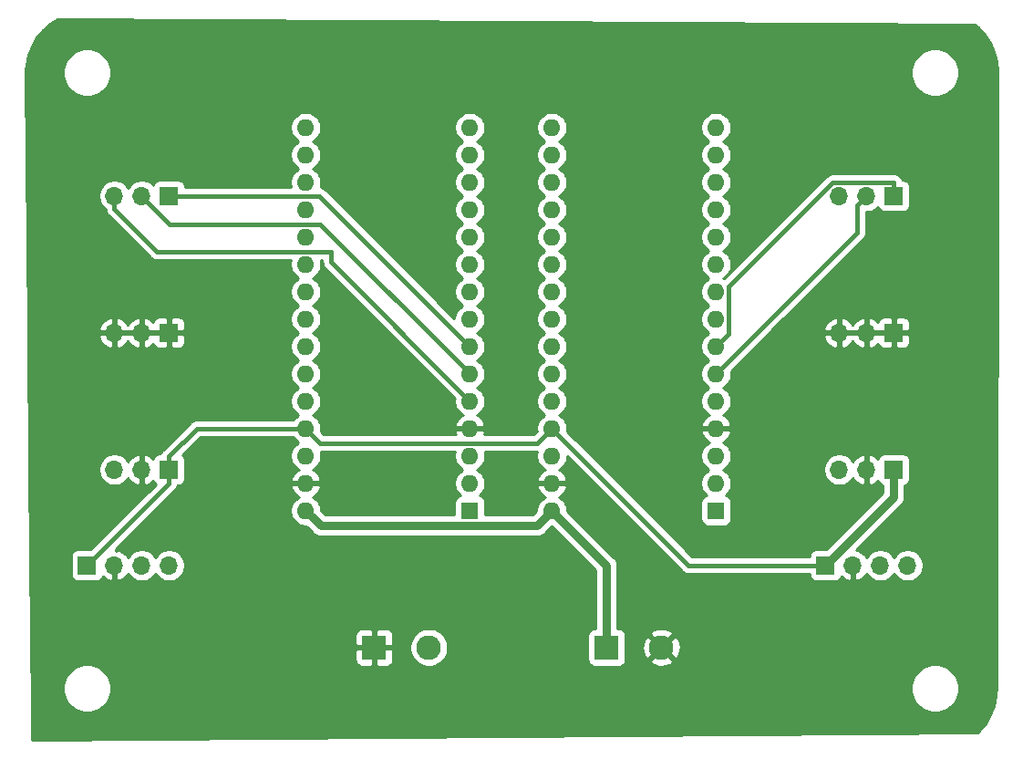
<source format=gbr>
G04 #@! TF.GenerationSoftware,KiCad,Pcbnew,(5.1.5)-3*
G04 #@! TF.CreationDate,2022-03-27T17:41:12-05:00*
G04 #@! TF.ProjectId,Two Motor Nano Controller,54776f20-4d6f-4746-9f72-204e616e6f20,rev?*
G04 #@! TF.SameCoordinates,Original*
G04 #@! TF.FileFunction,Copper,L1,Top*
G04 #@! TF.FilePolarity,Positive*
%FSLAX46Y46*%
G04 Gerber Fmt 4.6, Leading zero omitted, Abs format (unit mm)*
G04 Created by KiCad (PCBNEW (5.1.5)-3) date 2022-03-27 17:41:12*
%MOMM*%
%LPD*%
G04 APERTURE LIST*
%ADD10R,1.600000X1.600000*%
%ADD11O,1.600000X1.600000*%
%ADD12R,1.700000X1.700000*%
%ADD13O,1.700000X1.700000*%
%ADD14C,2.286000*%
%ADD15R,2.286000X2.286000*%
%ADD16C,0.381000*%
%ADD17C,0.762000*%
%ADD18C,0.254000*%
G04 APERTURE END LIST*
D10*
X152400000Y-68580000D03*
D11*
X137160000Y-35560000D03*
X152400000Y-66040000D03*
X137160000Y-38100000D03*
X152400000Y-63500000D03*
X137160000Y-40640000D03*
X152400000Y-60960000D03*
X137160000Y-43180000D03*
X152400000Y-58420000D03*
X137160000Y-45720000D03*
X152400000Y-55880000D03*
X137160000Y-48260000D03*
X152400000Y-53340000D03*
X137160000Y-50800000D03*
X152400000Y-50800000D03*
X137160000Y-53340000D03*
X152400000Y-48260000D03*
X137160000Y-55880000D03*
X152400000Y-45720000D03*
X137160000Y-58420000D03*
X152400000Y-43180000D03*
X137160000Y-60960000D03*
X152400000Y-40640000D03*
X137160000Y-63500000D03*
X152400000Y-38100000D03*
X137160000Y-66040000D03*
X152400000Y-35560000D03*
X137160000Y-68580000D03*
X152400000Y-33020000D03*
X137160000Y-33020000D03*
X160020000Y-33020000D03*
X175260000Y-33020000D03*
X160020000Y-68580000D03*
X175260000Y-35560000D03*
X160020000Y-66040000D03*
X175260000Y-38100000D03*
X160020000Y-63500000D03*
X175260000Y-40640000D03*
X160020000Y-60960000D03*
X175260000Y-43180000D03*
X160020000Y-58420000D03*
X175260000Y-45720000D03*
X160020000Y-55880000D03*
X175260000Y-48260000D03*
X160020000Y-53340000D03*
X175260000Y-50800000D03*
X160020000Y-50800000D03*
X175260000Y-53340000D03*
X160020000Y-48260000D03*
X175260000Y-55880000D03*
X160020000Y-45720000D03*
X175260000Y-58420000D03*
X160020000Y-43180000D03*
X175260000Y-60960000D03*
X160020000Y-40640000D03*
X175260000Y-63500000D03*
X160020000Y-38100000D03*
X175260000Y-66040000D03*
X160020000Y-35560000D03*
D10*
X175260000Y-68580000D03*
D12*
X116840000Y-73660000D03*
D13*
X119380000Y-73660000D03*
X121920000Y-73660000D03*
X124460000Y-73660000D03*
X119380000Y-52070000D03*
X121920000Y-52070000D03*
D12*
X124460000Y-52070000D03*
X124460000Y-39370000D03*
D13*
X121920000Y-39370000D03*
X119380000Y-39370000D03*
D12*
X124460000Y-64770000D03*
D13*
X121920000Y-64770000D03*
X119380000Y-64770000D03*
D14*
X170180000Y-81280000D03*
D15*
X165100000Y-81280000D03*
X143510000Y-81280000D03*
D14*
X148590000Y-81280000D03*
D13*
X193040000Y-73660000D03*
X190500000Y-73660000D03*
X187960000Y-73660000D03*
D12*
X185420000Y-73660000D03*
X191770000Y-52070000D03*
D13*
X189230000Y-52070000D03*
X186690000Y-52070000D03*
X186690000Y-39370000D03*
X189230000Y-39370000D03*
D12*
X191770000Y-39370000D03*
D13*
X186690000Y-64770000D03*
X189230000Y-64770000D03*
D12*
X191770000Y-64770000D03*
D16*
X123337418Y-44529499D02*
X139505179Y-44529499D01*
X119380000Y-39370000D02*
X119380000Y-40572081D01*
X119380000Y-40572081D02*
X123337418Y-44529499D01*
X139505179Y-45525179D02*
X152400000Y-58420000D01*
X139505179Y-44529499D02*
X139505179Y-45525179D01*
X151600001Y-55080001D02*
X152400000Y-55880000D01*
X124539499Y-41989499D02*
X138509499Y-41989499D01*
X138509499Y-41989499D02*
X151600001Y-55080001D01*
X121920000Y-39370000D02*
X124539499Y-41989499D01*
X138430000Y-39370000D02*
X152400000Y-53340000D01*
X124460000Y-39370000D02*
X138430000Y-39370000D01*
X124460000Y-66040000D02*
X116840000Y-73660000D01*
X124460000Y-64770000D02*
X124460000Y-66040000D01*
D17*
X191770000Y-67310000D02*
X185420000Y-73660000D01*
X191770000Y-64770000D02*
X191770000Y-67310000D01*
D16*
X124460000Y-63539000D02*
X124460000Y-64770000D01*
X127039000Y-60960000D02*
X124460000Y-63539000D01*
X137160000Y-60960000D02*
X127039000Y-60960000D01*
X158670501Y-62309499D02*
X159220001Y-61759999D01*
X138509499Y-62309499D02*
X158670501Y-62309499D01*
X159220001Y-61759999D02*
X160020000Y-60960000D01*
X137160000Y-60960000D02*
X138509499Y-62309499D01*
X172720000Y-73660000D02*
X160020000Y-60960000D01*
X185420000Y-73660000D02*
X172720000Y-73660000D01*
D17*
X165100000Y-73660000D02*
X160020000Y-68580000D01*
X165100000Y-81280000D02*
X165100000Y-73660000D01*
X137959999Y-69379999D02*
X137160000Y-68580000D01*
X138541001Y-69961001D02*
X137959999Y-69379999D01*
X158638999Y-69961001D02*
X138541001Y-69961001D01*
X160020000Y-68580000D02*
X158638999Y-69961001D01*
D16*
X176059999Y-52540001D02*
X175260000Y-53340000D01*
X176450501Y-47773557D02*
X176450501Y-52149499D01*
X191760499Y-38129499D02*
X186094559Y-38129499D01*
X176450501Y-52149499D02*
X176059999Y-52540001D01*
X191770000Y-38139000D02*
X191760499Y-38129499D01*
X186094559Y-38129499D02*
X176450501Y-47773557D01*
X191770000Y-39370000D02*
X191770000Y-38139000D01*
X176059999Y-55080001D02*
X175260000Y-55880000D01*
X188380001Y-42759999D02*
X176059999Y-55080001D01*
X188380001Y-40219999D02*
X188380001Y-42759999D01*
X189230000Y-39370000D02*
X188380001Y-40219999D01*
D18*
G36*
X199254548Y-23436703D02*
G01*
X199607984Y-23724959D01*
X200217771Y-24406969D01*
X200713360Y-25175974D01*
X201082548Y-26013036D01*
X201316246Y-26897548D01*
X201410948Y-27829867D01*
X201412233Y-27943134D01*
X201298883Y-84891278D01*
X201247152Y-85816550D01*
X201058536Y-86688934D01*
X200735769Y-87521078D01*
X200286802Y-88292479D01*
X199722692Y-88984147D01*
X199516600Y-89168415D01*
X111750031Y-89829663D01*
X111701967Y-84869872D01*
X114605000Y-84869872D01*
X114605000Y-85310128D01*
X114690890Y-85741925D01*
X114859369Y-86148669D01*
X115103962Y-86514729D01*
X115415271Y-86826038D01*
X115781331Y-87070631D01*
X116188075Y-87239110D01*
X116619872Y-87325000D01*
X117060128Y-87325000D01*
X117491925Y-87239110D01*
X117898669Y-87070631D01*
X118264729Y-86826038D01*
X118576038Y-86514729D01*
X118820631Y-86148669D01*
X118989110Y-85741925D01*
X119075000Y-85310128D01*
X119075000Y-84869872D01*
X193345000Y-84869872D01*
X193345000Y-85310128D01*
X193430890Y-85741925D01*
X193599369Y-86148669D01*
X193843962Y-86514729D01*
X194155271Y-86826038D01*
X194521331Y-87070631D01*
X194928075Y-87239110D01*
X195359872Y-87325000D01*
X195800128Y-87325000D01*
X196231925Y-87239110D01*
X196638669Y-87070631D01*
X197004729Y-86826038D01*
X197316038Y-86514729D01*
X197560631Y-86148669D01*
X197729110Y-85741925D01*
X197815000Y-85310128D01*
X197815000Y-84869872D01*
X197729110Y-84438075D01*
X197560631Y-84031331D01*
X197316038Y-83665271D01*
X197004729Y-83353962D01*
X196638669Y-83109369D01*
X196231925Y-82940890D01*
X195800128Y-82855000D01*
X195359872Y-82855000D01*
X194928075Y-82940890D01*
X194521331Y-83109369D01*
X194155271Y-83353962D01*
X193843962Y-83665271D01*
X193599369Y-84031331D01*
X193430890Y-84438075D01*
X193345000Y-84869872D01*
X119075000Y-84869872D01*
X118989110Y-84438075D01*
X118820631Y-84031331D01*
X118576038Y-83665271D01*
X118264729Y-83353962D01*
X117898669Y-83109369D01*
X117491925Y-82940890D01*
X117060128Y-82855000D01*
X116619872Y-82855000D01*
X116188075Y-82940890D01*
X115781331Y-83109369D01*
X115415271Y-83353962D01*
X115103962Y-83665271D01*
X114859369Y-84031331D01*
X114690890Y-84438075D01*
X114605000Y-84869872D01*
X111701967Y-84869872D01*
X111678255Y-82423000D01*
X141728928Y-82423000D01*
X141741188Y-82547482D01*
X141777498Y-82667180D01*
X141836463Y-82777494D01*
X141915815Y-82874185D01*
X142012506Y-82953537D01*
X142122820Y-83012502D01*
X142242518Y-83048812D01*
X142367000Y-83061072D01*
X143224250Y-83058000D01*
X143383000Y-82899250D01*
X143383000Y-81407000D01*
X143637000Y-81407000D01*
X143637000Y-82899250D01*
X143795750Y-83058000D01*
X144653000Y-83061072D01*
X144777482Y-83048812D01*
X144897180Y-83012502D01*
X145007494Y-82953537D01*
X145104185Y-82874185D01*
X145183537Y-82777494D01*
X145242502Y-82667180D01*
X145278812Y-82547482D01*
X145291072Y-82423000D01*
X145288000Y-81565750D01*
X145129250Y-81407000D01*
X143637000Y-81407000D01*
X143383000Y-81407000D01*
X141890750Y-81407000D01*
X141732000Y-81565750D01*
X141728928Y-82423000D01*
X111678255Y-82423000D01*
X111656102Y-80137000D01*
X141728928Y-80137000D01*
X141732000Y-80994250D01*
X141890750Y-81153000D01*
X143383000Y-81153000D01*
X143383000Y-79660750D01*
X143637000Y-79660750D01*
X143637000Y-81153000D01*
X145129250Y-81153000D01*
X145177368Y-81104882D01*
X146812000Y-81104882D01*
X146812000Y-81455118D01*
X146880328Y-81798623D01*
X147014357Y-82122199D01*
X147208937Y-82413409D01*
X147456591Y-82661063D01*
X147747801Y-82855643D01*
X148071377Y-82989672D01*
X148414882Y-83058000D01*
X148765118Y-83058000D01*
X149108623Y-82989672D01*
X149432199Y-82855643D01*
X149723409Y-82661063D01*
X149971063Y-82413409D01*
X150165643Y-82122199D01*
X150299672Y-81798623D01*
X150368000Y-81455118D01*
X150368000Y-81104882D01*
X150299672Y-80761377D01*
X150165643Y-80437801D01*
X149971063Y-80146591D01*
X149723409Y-79898937D01*
X149432199Y-79704357D01*
X149108623Y-79570328D01*
X148765118Y-79502000D01*
X148414882Y-79502000D01*
X148071377Y-79570328D01*
X147747801Y-79704357D01*
X147456591Y-79898937D01*
X147208937Y-80146591D01*
X147014357Y-80437801D01*
X146880328Y-80761377D01*
X146812000Y-81104882D01*
X145177368Y-81104882D01*
X145288000Y-80994250D01*
X145291072Y-80137000D01*
X145278812Y-80012518D01*
X145242502Y-79892820D01*
X145183537Y-79782506D01*
X145104185Y-79685815D01*
X145007494Y-79606463D01*
X144897180Y-79547498D01*
X144777482Y-79511188D01*
X144653000Y-79498928D01*
X143795750Y-79502000D01*
X143637000Y-79660750D01*
X143383000Y-79660750D01*
X143224250Y-79502000D01*
X142367000Y-79498928D01*
X142242518Y-79511188D01*
X142122820Y-79547498D01*
X142012506Y-79606463D01*
X141915815Y-79685815D01*
X141836463Y-79782506D01*
X141777498Y-79892820D01*
X141741188Y-80012518D01*
X141728928Y-80137000D01*
X111656102Y-80137000D01*
X111585097Y-72810000D01*
X115351928Y-72810000D01*
X115351928Y-74510000D01*
X115364188Y-74634482D01*
X115400498Y-74754180D01*
X115459463Y-74864494D01*
X115538815Y-74961185D01*
X115635506Y-75040537D01*
X115745820Y-75099502D01*
X115865518Y-75135812D01*
X115990000Y-75148072D01*
X117690000Y-75148072D01*
X117814482Y-75135812D01*
X117934180Y-75099502D01*
X118044494Y-75040537D01*
X118141185Y-74961185D01*
X118220537Y-74864494D01*
X118279502Y-74754180D01*
X118303966Y-74673534D01*
X118379731Y-74757588D01*
X118613080Y-74931641D01*
X118875901Y-75056825D01*
X119023110Y-75101476D01*
X119253000Y-74980155D01*
X119253000Y-73787000D01*
X119233000Y-73787000D01*
X119233000Y-73533000D01*
X119253000Y-73533000D01*
X119253000Y-73513000D01*
X119507000Y-73513000D01*
X119507000Y-73533000D01*
X119527000Y-73533000D01*
X119527000Y-73787000D01*
X119507000Y-73787000D01*
X119507000Y-74980155D01*
X119736890Y-75101476D01*
X119884099Y-75056825D01*
X120146920Y-74931641D01*
X120380269Y-74757588D01*
X120575178Y-74541355D01*
X120644805Y-74424466D01*
X120766525Y-74606632D01*
X120973368Y-74813475D01*
X121216589Y-74975990D01*
X121486842Y-75087932D01*
X121773740Y-75145000D01*
X122066260Y-75145000D01*
X122353158Y-75087932D01*
X122623411Y-74975990D01*
X122866632Y-74813475D01*
X123073475Y-74606632D01*
X123190000Y-74432240D01*
X123306525Y-74606632D01*
X123513368Y-74813475D01*
X123756589Y-74975990D01*
X124026842Y-75087932D01*
X124313740Y-75145000D01*
X124606260Y-75145000D01*
X124893158Y-75087932D01*
X125163411Y-74975990D01*
X125406632Y-74813475D01*
X125613475Y-74606632D01*
X125775990Y-74363411D01*
X125887932Y-74093158D01*
X125945000Y-73806260D01*
X125945000Y-73513740D01*
X125887932Y-73226842D01*
X125775990Y-72956589D01*
X125613475Y-72713368D01*
X125406632Y-72506525D01*
X125163411Y-72344010D01*
X124893158Y-72232068D01*
X124606260Y-72175000D01*
X124313740Y-72175000D01*
X124026842Y-72232068D01*
X123756589Y-72344010D01*
X123513368Y-72506525D01*
X123306525Y-72713368D01*
X123190000Y-72887760D01*
X123073475Y-72713368D01*
X122866632Y-72506525D01*
X122623411Y-72344010D01*
X122353158Y-72232068D01*
X122066260Y-72175000D01*
X121773740Y-72175000D01*
X121486842Y-72232068D01*
X121216589Y-72344010D01*
X120973368Y-72506525D01*
X120766525Y-72713368D01*
X120644805Y-72895534D01*
X120575178Y-72778645D01*
X120380269Y-72562412D01*
X120146920Y-72388359D01*
X119884099Y-72263175D01*
X119736890Y-72218524D01*
X119507002Y-72339844D01*
X119507002Y-72175000D01*
X119492432Y-72175000D01*
X125015040Y-66652393D01*
X125046541Y-66626541D01*
X125149699Y-66500842D01*
X125226353Y-66357434D01*
X125256494Y-66258072D01*
X125310000Y-66258072D01*
X125434482Y-66245812D01*
X125554180Y-66209502D01*
X125664494Y-66150537D01*
X125761185Y-66071185D01*
X125840537Y-65974494D01*
X125899502Y-65864180D01*
X125935812Y-65744482D01*
X125948072Y-65620000D01*
X125948072Y-63920000D01*
X125935812Y-63795518D01*
X125899502Y-63675820D01*
X125840537Y-63565506D01*
X125761185Y-63468815D01*
X125726271Y-63440162D01*
X127380934Y-61785500D01*
X135985722Y-61785500D01*
X136045363Y-61874759D01*
X136245241Y-62074637D01*
X136477759Y-62230000D01*
X136245241Y-62385363D01*
X136045363Y-62585241D01*
X135888320Y-62820273D01*
X135780147Y-63081426D01*
X135725000Y-63358665D01*
X135725000Y-63641335D01*
X135780147Y-63918574D01*
X135888320Y-64179727D01*
X136045363Y-64414759D01*
X136245241Y-64614637D01*
X136480273Y-64771680D01*
X136490865Y-64776067D01*
X136304869Y-64887615D01*
X136096481Y-65076586D01*
X135928963Y-65302580D01*
X135808754Y-65556913D01*
X135768096Y-65690961D01*
X135890085Y-65913000D01*
X137033000Y-65913000D01*
X137033000Y-65893000D01*
X137287000Y-65893000D01*
X137287000Y-65913000D01*
X138429915Y-65913000D01*
X138551904Y-65690961D01*
X138511246Y-65556913D01*
X138391037Y-65302580D01*
X138223519Y-65076586D01*
X138015131Y-64887615D01*
X137829135Y-64776067D01*
X137839727Y-64771680D01*
X138074759Y-64614637D01*
X138274637Y-64414759D01*
X138431680Y-64179727D01*
X138539853Y-63918574D01*
X138595000Y-63641335D01*
X138595000Y-63358665D01*
X138550509Y-63134999D01*
X151009491Y-63134999D01*
X150965000Y-63358665D01*
X150965000Y-63641335D01*
X151020147Y-63918574D01*
X151128320Y-64179727D01*
X151285363Y-64414759D01*
X151485241Y-64614637D01*
X151717759Y-64770000D01*
X151485241Y-64925363D01*
X151285363Y-65125241D01*
X151128320Y-65360273D01*
X151020147Y-65621426D01*
X150965000Y-65898665D01*
X150965000Y-66181335D01*
X151020147Y-66458574D01*
X151128320Y-66719727D01*
X151285363Y-66954759D01*
X151483961Y-67153357D01*
X151475518Y-67154188D01*
X151355820Y-67190498D01*
X151245506Y-67249463D01*
X151148815Y-67328815D01*
X151069463Y-67425506D01*
X151010498Y-67535820D01*
X150974188Y-67655518D01*
X150961928Y-67780000D01*
X150961928Y-68945001D01*
X138961841Y-68945001D01*
X138713710Y-68696870D01*
X138713705Y-68696864D01*
X138595000Y-68578159D01*
X138595000Y-68438665D01*
X138539853Y-68161426D01*
X138431680Y-67900273D01*
X138274637Y-67665241D01*
X138074759Y-67465363D01*
X137839727Y-67308320D01*
X137829135Y-67303933D01*
X138015131Y-67192385D01*
X138223519Y-67003414D01*
X138391037Y-66777420D01*
X138511246Y-66523087D01*
X138551904Y-66389039D01*
X138429915Y-66167000D01*
X137287000Y-66167000D01*
X137287000Y-66187000D01*
X137033000Y-66187000D01*
X137033000Y-66167000D01*
X135890085Y-66167000D01*
X135768096Y-66389039D01*
X135808754Y-66523087D01*
X135928963Y-66777420D01*
X136096481Y-67003414D01*
X136304869Y-67192385D01*
X136490865Y-67303933D01*
X136480273Y-67308320D01*
X136245241Y-67465363D01*
X136045363Y-67665241D01*
X135888320Y-67900273D01*
X135780147Y-68161426D01*
X135725000Y-68438665D01*
X135725000Y-68721335D01*
X135780147Y-68998574D01*
X135888320Y-69259727D01*
X136045363Y-69494759D01*
X136245241Y-69694637D01*
X136480273Y-69851680D01*
X136741426Y-69959853D01*
X137018665Y-70015000D01*
X137158159Y-70015000D01*
X137276864Y-70133705D01*
X137276870Y-70133710D01*
X137787288Y-70644128D01*
X137819105Y-70682897D01*
X137973811Y-70809861D01*
X138088833Y-70871341D01*
X138150313Y-70904203D01*
X138341830Y-70962299D01*
X138541001Y-70981916D01*
X138590903Y-70977001D01*
X158589097Y-70977001D01*
X158638999Y-70981916D01*
X158688901Y-70977001D01*
X158838170Y-70962299D01*
X159029686Y-70904203D01*
X159206189Y-70809861D01*
X159360895Y-70682897D01*
X159392711Y-70644129D01*
X160020000Y-70016840D01*
X164084001Y-74080842D01*
X164084000Y-79498928D01*
X163957000Y-79498928D01*
X163832518Y-79511188D01*
X163712820Y-79547498D01*
X163602506Y-79606463D01*
X163505815Y-79685815D01*
X163426463Y-79782506D01*
X163367498Y-79892820D01*
X163331188Y-80012518D01*
X163318928Y-80137000D01*
X163318928Y-82423000D01*
X163331188Y-82547482D01*
X163367498Y-82667180D01*
X163426463Y-82777494D01*
X163505815Y-82874185D01*
X163602506Y-82953537D01*
X163712820Y-83012502D01*
X163832518Y-83048812D01*
X163957000Y-83061072D01*
X166243000Y-83061072D01*
X166367482Y-83048812D01*
X166487180Y-83012502D01*
X166597494Y-82953537D01*
X166694185Y-82874185D01*
X166773537Y-82777494D01*
X166832502Y-82667180D01*
X166868812Y-82547482D01*
X166871778Y-82517360D01*
X169122245Y-82517360D01*
X169235264Y-82796384D01*
X169549249Y-82951556D01*
X169887473Y-83042491D01*
X170236938Y-83065694D01*
X170584216Y-83020275D01*
X170915960Y-82907977D01*
X171124736Y-82796384D01*
X171237755Y-82517360D01*
X170180000Y-81459605D01*
X169122245Y-82517360D01*
X166871778Y-82517360D01*
X166881072Y-82423000D01*
X166881072Y-81336938D01*
X168394306Y-81336938D01*
X168439725Y-81684216D01*
X168552023Y-82015960D01*
X168663616Y-82224736D01*
X168942640Y-82337755D01*
X170000395Y-81280000D01*
X170359605Y-81280000D01*
X171417360Y-82337755D01*
X171696384Y-82224736D01*
X171851556Y-81910751D01*
X171942491Y-81572527D01*
X171965694Y-81223062D01*
X171920275Y-80875784D01*
X171807977Y-80544040D01*
X171696384Y-80335264D01*
X171417360Y-80222245D01*
X170359605Y-81280000D01*
X170000395Y-81280000D01*
X168942640Y-80222245D01*
X168663616Y-80335264D01*
X168508444Y-80649249D01*
X168417509Y-80987473D01*
X168394306Y-81336938D01*
X166881072Y-81336938D01*
X166881072Y-80137000D01*
X166871779Y-80042640D01*
X169122245Y-80042640D01*
X170180000Y-81100395D01*
X171237755Y-80042640D01*
X171124736Y-79763616D01*
X170810751Y-79608444D01*
X170472527Y-79517509D01*
X170123062Y-79494306D01*
X169775784Y-79539725D01*
X169444040Y-79652023D01*
X169235264Y-79763616D01*
X169122245Y-80042640D01*
X166871779Y-80042640D01*
X166868812Y-80012518D01*
X166832502Y-79892820D01*
X166773537Y-79782506D01*
X166694185Y-79685815D01*
X166597494Y-79606463D01*
X166487180Y-79547498D01*
X166367482Y-79511188D01*
X166243000Y-79498928D01*
X166116000Y-79498928D01*
X166116000Y-73709902D01*
X166120915Y-73660000D01*
X166101298Y-73460829D01*
X166043202Y-73269312D01*
X166005703Y-73199157D01*
X165948860Y-73092810D01*
X165821896Y-72938104D01*
X165783133Y-72906292D01*
X161455000Y-68578160D01*
X161455000Y-68438665D01*
X161399853Y-68161426D01*
X161291680Y-67900273D01*
X161134637Y-67665241D01*
X160934759Y-67465363D01*
X160699727Y-67308320D01*
X160689135Y-67303933D01*
X160875131Y-67192385D01*
X161083519Y-67003414D01*
X161251037Y-66777420D01*
X161371246Y-66523087D01*
X161411904Y-66389039D01*
X161289915Y-66167000D01*
X160147000Y-66167000D01*
X160147000Y-66187000D01*
X159893000Y-66187000D01*
X159893000Y-66167000D01*
X158750085Y-66167000D01*
X158628096Y-66389039D01*
X158668754Y-66523087D01*
X158788963Y-66777420D01*
X158956481Y-67003414D01*
X159164869Y-67192385D01*
X159350865Y-67303933D01*
X159340273Y-67308320D01*
X159105241Y-67465363D01*
X158905363Y-67665241D01*
X158748320Y-67900273D01*
X158640147Y-68161426D01*
X158585000Y-68438665D01*
X158585000Y-68578160D01*
X158218159Y-68945001D01*
X153838072Y-68945001D01*
X153838072Y-67780000D01*
X153825812Y-67655518D01*
X153789502Y-67535820D01*
X153730537Y-67425506D01*
X153651185Y-67328815D01*
X153554494Y-67249463D01*
X153444180Y-67190498D01*
X153324482Y-67154188D01*
X153316039Y-67153357D01*
X153514637Y-66954759D01*
X153671680Y-66719727D01*
X153779853Y-66458574D01*
X153835000Y-66181335D01*
X153835000Y-65898665D01*
X153779853Y-65621426D01*
X153671680Y-65360273D01*
X153514637Y-65125241D01*
X153314759Y-64925363D01*
X153082241Y-64770000D01*
X153314759Y-64614637D01*
X153514637Y-64414759D01*
X153671680Y-64179727D01*
X153779853Y-63918574D01*
X153835000Y-63641335D01*
X153835000Y-63358665D01*
X153790509Y-63134999D01*
X158629491Y-63134999D01*
X158585000Y-63358665D01*
X158585000Y-63641335D01*
X158640147Y-63918574D01*
X158748320Y-64179727D01*
X158905363Y-64414759D01*
X159105241Y-64614637D01*
X159340273Y-64771680D01*
X159350865Y-64776067D01*
X159164869Y-64887615D01*
X158956481Y-65076586D01*
X158788963Y-65302580D01*
X158668754Y-65556913D01*
X158628096Y-65690961D01*
X158750085Y-65913000D01*
X159893000Y-65913000D01*
X159893000Y-65893000D01*
X160147000Y-65893000D01*
X160147000Y-65913000D01*
X161289915Y-65913000D01*
X161411904Y-65690961D01*
X161371246Y-65556913D01*
X161251037Y-65302580D01*
X161083519Y-65076586D01*
X160875131Y-64887615D01*
X160689135Y-64776067D01*
X160699727Y-64771680D01*
X160934759Y-64614637D01*
X161134637Y-64414759D01*
X161291680Y-64179727D01*
X161399853Y-63918574D01*
X161455000Y-63641335D01*
X161455000Y-63562432D01*
X172107607Y-74215040D01*
X172133459Y-74246541D01*
X172187940Y-74291252D01*
X172259157Y-74349699D01*
X172284811Y-74363411D01*
X172402566Y-74426353D01*
X172558174Y-74473556D01*
X172679447Y-74485500D01*
X172679449Y-74485500D01*
X172719999Y-74489494D01*
X172760550Y-74485500D01*
X183931928Y-74485500D01*
X183931928Y-74510000D01*
X183944188Y-74634482D01*
X183980498Y-74754180D01*
X184039463Y-74864494D01*
X184118815Y-74961185D01*
X184215506Y-75040537D01*
X184325820Y-75099502D01*
X184445518Y-75135812D01*
X184570000Y-75148072D01*
X186270000Y-75148072D01*
X186394482Y-75135812D01*
X186514180Y-75099502D01*
X186624494Y-75040537D01*
X186721185Y-74961185D01*
X186800537Y-74864494D01*
X186859502Y-74754180D01*
X186883966Y-74673534D01*
X186959731Y-74757588D01*
X187193080Y-74931641D01*
X187455901Y-75056825D01*
X187603110Y-75101476D01*
X187833000Y-74980155D01*
X187833000Y-73787000D01*
X187813000Y-73787000D01*
X187813000Y-73533000D01*
X187833000Y-73533000D01*
X187833000Y-73513000D01*
X188087000Y-73513000D01*
X188087000Y-73533000D01*
X188107000Y-73533000D01*
X188107000Y-73787000D01*
X188087000Y-73787000D01*
X188087000Y-74980155D01*
X188316890Y-75101476D01*
X188464099Y-75056825D01*
X188726920Y-74931641D01*
X188960269Y-74757588D01*
X189155178Y-74541355D01*
X189224805Y-74424466D01*
X189346525Y-74606632D01*
X189553368Y-74813475D01*
X189796589Y-74975990D01*
X190066842Y-75087932D01*
X190353740Y-75145000D01*
X190646260Y-75145000D01*
X190933158Y-75087932D01*
X191203411Y-74975990D01*
X191446632Y-74813475D01*
X191653475Y-74606632D01*
X191770000Y-74432240D01*
X191886525Y-74606632D01*
X192093368Y-74813475D01*
X192336589Y-74975990D01*
X192606842Y-75087932D01*
X192893740Y-75145000D01*
X193186260Y-75145000D01*
X193473158Y-75087932D01*
X193743411Y-74975990D01*
X193986632Y-74813475D01*
X194193475Y-74606632D01*
X194355990Y-74363411D01*
X194467932Y-74093158D01*
X194525000Y-73806260D01*
X194525000Y-73513740D01*
X194467932Y-73226842D01*
X194355990Y-72956589D01*
X194193475Y-72713368D01*
X193986632Y-72506525D01*
X193743411Y-72344010D01*
X193473158Y-72232068D01*
X193186260Y-72175000D01*
X192893740Y-72175000D01*
X192606842Y-72232068D01*
X192336589Y-72344010D01*
X192093368Y-72506525D01*
X191886525Y-72713368D01*
X191770000Y-72887760D01*
X191653475Y-72713368D01*
X191446632Y-72506525D01*
X191203411Y-72344010D01*
X190933158Y-72232068D01*
X190646260Y-72175000D01*
X190353740Y-72175000D01*
X190066842Y-72232068D01*
X189796589Y-72344010D01*
X189553368Y-72506525D01*
X189346525Y-72713368D01*
X189224805Y-72895534D01*
X189155178Y-72778645D01*
X188960269Y-72562412D01*
X188726920Y-72388359D01*
X188464099Y-72263175D01*
X188316890Y-72218524D01*
X188277561Y-72239279D01*
X192453133Y-68063708D01*
X192491896Y-68031896D01*
X192618860Y-67877190D01*
X192713202Y-67700687D01*
X192771298Y-67509171D01*
X192786000Y-67359902D01*
X192790915Y-67310001D01*
X192786000Y-67260099D01*
X192786000Y-66233218D01*
X192864180Y-66209502D01*
X192974494Y-66150537D01*
X193071185Y-66071185D01*
X193150537Y-65974494D01*
X193209502Y-65864180D01*
X193245812Y-65744482D01*
X193258072Y-65620000D01*
X193258072Y-63920000D01*
X193245812Y-63795518D01*
X193209502Y-63675820D01*
X193150537Y-63565506D01*
X193071185Y-63468815D01*
X192974494Y-63389463D01*
X192864180Y-63330498D01*
X192744482Y-63294188D01*
X192620000Y-63281928D01*
X190920000Y-63281928D01*
X190795518Y-63294188D01*
X190675820Y-63330498D01*
X190565506Y-63389463D01*
X190468815Y-63468815D01*
X190389463Y-63565506D01*
X190330498Y-63675820D01*
X190307502Y-63751626D01*
X190111355Y-63574822D01*
X189861252Y-63425843D01*
X189586891Y-63328519D01*
X189357000Y-63449186D01*
X189357000Y-64643000D01*
X189377000Y-64643000D01*
X189377000Y-64897000D01*
X189357000Y-64897000D01*
X189357000Y-66090814D01*
X189586891Y-66211481D01*
X189861252Y-66114157D01*
X190111355Y-65965178D01*
X190307502Y-65788374D01*
X190330498Y-65864180D01*
X190389463Y-65974494D01*
X190468815Y-66071185D01*
X190565506Y-66150537D01*
X190675820Y-66209502D01*
X190754001Y-66233218D01*
X190754001Y-66889158D01*
X185471232Y-72171928D01*
X184570000Y-72171928D01*
X184445518Y-72184188D01*
X184325820Y-72220498D01*
X184215506Y-72279463D01*
X184118815Y-72358815D01*
X184039463Y-72455506D01*
X183980498Y-72565820D01*
X183944188Y-72685518D01*
X183931928Y-72810000D01*
X183931928Y-72834500D01*
X173061933Y-72834500D01*
X168007433Y-67780000D01*
X173821928Y-67780000D01*
X173821928Y-69380000D01*
X173834188Y-69504482D01*
X173870498Y-69624180D01*
X173929463Y-69734494D01*
X174008815Y-69831185D01*
X174105506Y-69910537D01*
X174215820Y-69969502D01*
X174335518Y-70005812D01*
X174460000Y-70018072D01*
X176060000Y-70018072D01*
X176184482Y-70005812D01*
X176304180Y-69969502D01*
X176414494Y-69910537D01*
X176511185Y-69831185D01*
X176590537Y-69734494D01*
X176649502Y-69624180D01*
X176685812Y-69504482D01*
X176698072Y-69380000D01*
X176698072Y-67780000D01*
X176685812Y-67655518D01*
X176649502Y-67535820D01*
X176590537Y-67425506D01*
X176511185Y-67328815D01*
X176414494Y-67249463D01*
X176304180Y-67190498D01*
X176184482Y-67154188D01*
X176176039Y-67153357D01*
X176374637Y-66954759D01*
X176531680Y-66719727D01*
X176639853Y-66458574D01*
X176695000Y-66181335D01*
X176695000Y-65898665D01*
X176639853Y-65621426D01*
X176531680Y-65360273D01*
X176374637Y-65125241D01*
X176174759Y-64925363D01*
X175942241Y-64770000D01*
X176161135Y-64623740D01*
X185205000Y-64623740D01*
X185205000Y-64916260D01*
X185262068Y-65203158D01*
X185374010Y-65473411D01*
X185536525Y-65716632D01*
X185743368Y-65923475D01*
X185986589Y-66085990D01*
X186256842Y-66197932D01*
X186543740Y-66255000D01*
X186836260Y-66255000D01*
X187123158Y-66197932D01*
X187393411Y-66085990D01*
X187636632Y-65923475D01*
X187843475Y-65716632D01*
X187961100Y-65540594D01*
X188132412Y-65770269D01*
X188348645Y-65965178D01*
X188598748Y-66114157D01*
X188873109Y-66211481D01*
X189103000Y-66090814D01*
X189103000Y-64897000D01*
X189083000Y-64897000D01*
X189083000Y-64643000D01*
X189103000Y-64643000D01*
X189103000Y-63449186D01*
X188873109Y-63328519D01*
X188598748Y-63425843D01*
X188348645Y-63574822D01*
X188132412Y-63769731D01*
X187961100Y-63999406D01*
X187843475Y-63823368D01*
X187636632Y-63616525D01*
X187393411Y-63454010D01*
X187123158Y-63342068D01*
X186836260Y-63285000D01*
X186543740Y-63285000D01*
X186256842Y-63342068D01*
X185986589Y-63454010D01*
X185743368Y-63616525D01*
X185536525Y-63823368D01*
X185374010Y-64066589D01*
X185262068Y-64336842D01*
X185205000Y-64623740D01*
X176161135Y-64623740D01*
X176174759Y-64614637D01*
X176374637Y-64414759D01*
X176531680Y-64179727D01*
X176639853Y-63918574D01*
X176695000Y-63641335D01*
X176695000Y-63358665D01*
X176639853Y-63081426D01*
X176531680Y-62820273D01*
X176374637Y-62585241D01*
X176174759Y-62385363D01*
X175939727Y-62228320D01*
X175929135Y-62223933D01*
X176115131Y-62112385D01*
X176323519Y-61923414D01*
X176491037Y-61697420D01*
X176611246Y-61443087D01*
X176651904Y-61309039D01*
X176529915Y-61087000D01*
X175387000Y-61087000D01*
X175387000Y-61107000D01*
X175133000Y-61107000D01*
X175133000Y-61087000D01*
X173990085Y-61087000D01*
X173868096Y-61309039D01*
X173908754Y-61443087D01*
X174028963Y-61697420D01*
X174196481Y-61923414D01*
X174404869Y-62112385D01*
X174590865Y-62223933D01*
X174580273Y-62228320D01*
X174345241Y-62385363D01*
X174145363Y-62585241D01*
X173988320Y-62820273D01*
X173880147Y-63081426D01*
X173825000Y-63358665D01*
X173825000Y-63641335D01*
X173880147Y-63918574D01*
X173988320Y-64179727D01*
X174145363Y-64414759D01*
X174345241Y-64614637D01*
X174577759Y-64770000D01*
X174345241Y-64925363D01*
X174145363Y-65125241D01*
X173988320Y-65360273D01*
X173880147Y-65621426D01*
X173825000Y-65898665D01*
X173825000Y-66181335D01*
X173880147Y-66458574D01*
X173988320Y-66719727D01*
X174145363Y-66954759D01*
X174343961Y-67153357D01*
X174335518Y-67154188D01*
X174215820Y-67190498D01*
X174105506Y-67249463D01*
X174008815Y-67328815D01*
X173929463Y-67425506D01*
X173870498Y-67535820D01*
X173834188Y-67655518D01*
X173821928Y-67780000D01*
X168007433Y-67780000D01*
X161434056Y-61206624D01*
X161455000Y-61101335D01*
X161455000Y-60818665D01*
X161399853Y-60541426D01*
X161291680Y-60280273D01*
X161134637Y-60045241D01*
X160934759Y-59845363D01*
X160702241Y-59690000D01*
X160934759Y-59534637D01*
X161134637Y-59334759D01*
X161291680Y-59099727D01*
X161399853Y-58838574D01*
X161455000Y-58561335D01*
X161455000Y-58278665D01*
X161399853Y-58001426D01*
X161291680Y-57740273D01*
X161134637Y-57505241D01*
X160934759Y-57305363D01*
X160702241Y-57150000D01*
X160934759Y-56994637D01*
X161134637Y-56794759D01*
X161291680Y-56559727D01*
X161399853Y-56298574D01*
X161455000Y-56021335D01*
X161455000Y-55738665D01*
X161399853Y-55461426D01*
X161291680Y-55200273D01*
X161134637Y-54965241D01*
X160934759Y-54765363D01*
X160702241Y-54610000D01*
X160934759Y-54454637D01*
X161134637Y-54254759D01*
X161291680Y-54019727D01*
X161399853Y-53758574D01*
X161455000Y-53481335D01*
X161455000Y-53198665D01*
X161399853Y-52921426D01*
X161291680Y-52660273D01*
X161134637Y-52425241D01*
X160934759Y-52225363D01*
X160702241Y-52070000D01*
X160934759Y-51914637D01*
X161134637Y-51714759D01*
X161291680Y-51479727D01*
X161399853Y-51218574D01*
X161455000Y-50941335D01*
X161455000Y-50658665D01*
X161399853Y-50381426D01*
X161291680Y-50120273D01*
X161134637Y-49885241D01*
X160934759Y-49685363D01*
X160702241Y-49530000D01*
X160934759Y-49374637D01*
X161134637Y-49174759D01*
X161291680Y-48939727D01*
X161399853Y-48678574D01*
X161455000Y-48401335D01*
X161455000Y-48118665D01*
X161399853Y-47841426D01*
X161291680Y-47580273D01*
X161134637Y-47345241D01*
X160934759Y-47145363D01*
X160702241Y-46990000D01*
X160934759Y-46834637D01*
X161134637Y-46634759D01*
X161291680Y-46399727D01*
X161399853Y-46138574D01*
X161455000Y-45861335D01*
X161455000Y-45578665D01*
X161399853Y-45301426D01*
X161291680Y-45040273D01*
X161134637Y-44805241D01*
X160934759Y-44605363D01*
X160702241Y-44450000D01*
X160934759Y-44294637D01*
X161134637Y-44094759D01*
X161291680Y-43859727D01*
X161399853Y-43598574D01*
X161455000Y-43321335D01*
X161455000Y-43038665D01*
X161399853Y-42761426D01*
X161291680Y-42500273D01*
X161134637Y-42265241D01*
X160934759Y-42065363D01*
X160702241Y-41910000D01*
X160934759Y-41754637D01*
X161134637Y-41554759D01*
X161291680Y-41319727D01*
X161399853Y-41058574D01*
X161455000Y-40781335D01*
X161455000Y-40498665D01*
X161399853Y-40221426D01*
X161291680Y-39960273D01*
X161134637Y-39725241D01*
X160934759Y-39525363D01*
X160702241Y-39370000D01*
X160934759Y-39214637D01*
X161134637Y-39014759D01*
X161291680Y-38779727D01*
X161399853Y-38518574D01*
X161455000Y-38241335D01*
X161455000Y-37958665D01*
X161399853Y-37681426D01*
X161291680Y-37420273D01*
X161134637Y-37185241D01*
X160934759Y-36985363D01*
X160702241Y-36830000D01*
X160934759Y-36674637D01*
X161134637Y-36474759D01*
X161291680Y-36239727D01*
X161399853Y-35978574D01*
X161455000Y-35701335D01*
X161455000Y-35418665D01*
X161399853Y-35141426D01*
X161291680Y-34880273D01*
X161134637Y-34645241D01*
X160934759Y-34445363D01*
X160702241Y-34290000D01*
X160934759Y-34134637D01*
X161134637Y-33934759D01*
X161291680Y-33699727D01*
X161399853Y-33438574D01*
X161455000Y-33161335D01*
X161455000Y-32878665D01*
X173825000Y-32878665D01*
X173825000Y-33161335D01*
X173880147Y-33438574D01*
X173988320Y-33699727D01*
X174145363Y-33934759D01*
X174345241Y-34134637D01*
X174577759Y-34290000D01*
X174345241Y-34445363D01*
X174145363Y-34645241D01*
X173988320Y-34880273D01*
X173880147Y-35141426D01*
X173825000Y-35418665D01*
X173825000Y-35701335D01*
X173880147Y-35978574D01*
X173988320Y-36239727D01*
X174145363Y-36474759D01*
X174345241Y-36674637D01*
X174577759Y-36830000D01*
X174345241Y-36985363D01*
X174145363Y-37185241D01*
X173988320Y-37420273D01*
X173880147Y-37681426D01*
X173825000Y-37958665D01*
X173825000Y-38241335D01*
X173880147Y-38518574D01*
X173988320Y-38779727D01*
X174145363Y-39014759D01*
X174345241Y-39214637D01*
X174577759Y-39370000D01*
X174345241Y-39525363D01*
X174145363Y-39725241D01*
X173988320Y-39960273D01*
X173880147Y-40221426D01*
X173825000Y-40498665D01*
X173825000Y-40781335D01*
X173880147Y-41058574D01*
X173988320Y-41319727D01*
X174145363Y-41554759D01*
X174345241Y-41754637D01*
X174577759Y-41910000D01*
X174345241Y-42065363D01*
X174145363Y-42265241D01*
X173988320Y-42500273D01*
X173880147Y-42761426D01*
X173825000Y-43038665D01*
X173825000Y-43321335D01*
X173880147Y-43598574D01*
X173988320Y-43859727D01*
X174145363Y-44094759D01*
X174345241Y-44294637D01*
X174577759Y-44450000D01*
X174345241Y-44605363D01*
X174145363Y-44805241D01*
X173988320Y-45040273D01*
X173880147Y-45301426D01*
X173825000Y-45578665D01*
X173825000Y-45861335D01*
X173880147Y-46138574D01*
X173988320Y-46399727D01*
X174145363Y-46634759D01*
X174345241Y-46834637D01*
X174577759Y-46990000D01*
X174345241Y-47145363D01*
X174145363Y-47345241D01*
X173988320Y-47580273D01*
X173880147Y-47841426D01*
X173825000Y-48118665D01*
X173825000Y-48401335D01*
X173880147Y-48678574D01*
X173988320Y-48939727D01*
X174145363Y-49174759D01*
X174345241Y-49374637D01*
X174577759Y-49530000D01*
X174345241Y-49685363D01*
X174145363Y-49885241D01*
X173988320Y-50120273D01*
X173880147Y-50381426D01*
X173825000Y-50658665D01*
X173825000Y-50941335D01*
X173880147Y-51218574D01*
X173988320Y-51479727D01*
X174145363Y-51714759D01*
X174345241Y-51914637D01*
X174577759Y-52070000D01*
X174345241Y-52225363D01*
X174145363Y-52425241D01*
X173988320Y-52660273D01*
X173880147Y-52921426D01*
X173825000Y-53198665D01*
X173825000Y-53481335D01*
X173880147Y-53758574D01*
X173988320Y-54019727D01*
X174145363Y-54254759D01*
X174345241Y-54454637D01*
X174577759Y-54610000D01*
X174345241Y-54765363D01*
X174145363Y-54965241D01*
X173988320Y-55200273D01*
X173880147Y-55461426D01*
X173825000Y-55738665D01*
X173825000Y-56021335D01*
X173880147Y-56298574D01*
X173988320Y-56559727D01*
X174145363Y-56794759D01*
X174345241Y-56994637D01*
X174577759Y-57150000D01*
X174345241Y-57305363D01*
X174145363Y-57505241D01*
X173988320Y-57740273D01*
X173880147Y-58001426D01*
X173825000Y-58278665D01*
X173825000Y-58561335D01*
X173880147Y-58838574D01*
X173988320Y-59099727D01*
X174145363Y-59334759D01*
X174345241Y-59534637D01*
X174580273Y-59691680D01*
X174590865Y-59696067D01*
X174404869Y-59807615D01*
X174196481Y-59996586D01*
X174028963Y-60222580D01*
X173908754Y-60476913D01*
X173868096Y-60610961D01*
X173990085Y-60833000D01*
X175133000Y-60833000D01*
X175133000Y-60813000D01*
X175387000Y-60813000D01*
X175387000Y-60833000D01*
X176529915Y-60833000D01*
X176651904Y-60610961D01*
X176611246Y-60476913D01*
X176491037Y-60222580D01*
X176323519Y-59996586D01*
X176115131Y-59807615D01*
X175929135Y-59696067D01*
X175939727Y-59691680D01*
X176174759Y-59534637D01*
X176374637Y-59334759D01*
X176531680Y-59099727D01*
X176639853Y-58838574D01*
X176695000Y-58561335D01*
X176695000Y-58278665D01*
X176639853Y-58001426D01*
X176531680Y-57740273D01*
X176374637Y-57505241D01*
X176174759Y-57305363D01*
X175942241Y-57150000D01*
X176174759Y-56994637D01*
X176374637Y-56794759D01*
X176531680Y-56559727D01*
X176639853Y-56298574D01*
X176695000Y-56021335D01*
X176695000Y-55738665D01*
X176674056Y-55633376D01*
X179880542Y-52426890D01*
X185248524Y-52426890D01*
X185293175Y-52574099D01*
X185418359Y-52836920D01*
X185592412Y-53070269D01*
X185808645Y-53265178D01*
X186058748Y-53414157D01*
X186333109Y-53511481D01*
X186563000Y-53390814D01*
X186563000Y-52197000D01*
X186817000Y-52197000D01*
X186817000Y-53390814D01*
X187046891Y-53511481D01*
X187321252Y-53414157D01*
X187571355Y-53265178D01*
X187787588Y-53070269D01*
X187960000Y-52839120D01*
X188132412Y-53070269D01*
X188348645Y-53265178D01*
X188598748Y-53414157D01*
X188873109Y-53511481D01*
X189103000Y-53390814D01*
X189103000Y-52197000D01*
X189357000Y-52197000D01*
X189357000Y-53390814D01*
X189586891Y-53511481D01*
X189861252Y-53414157D01*
X190111355Y-53265178D01*
X190307502Y-53088374D01*
X190330498Y-53164180D01*
X190389463Y-53274494D01*
X190468815Y-53371185D01*
X190565506Y-53450537D01*
X190675820Y-53509502D01*
X190795518Y-53545812D01*
X190920000Y-53558072D01*
X191484250Y-53555000D01*
X191643000Y-53396250D01*
X191643000Y-52197000D01*
X191897000Y-52197000D01*
X191897000Y-53396250D01*
X192055750Y-53555000D01*
X192620000Y-53558072D01*
X192744482Y-53545812D01*
X192864180Y-53509502D01*
X192974494Y-53450537D01*
X193071185Y-53371185D01*
X193150537Y-53274494D01*
X193209502Y-53164180D01*
X193245812Y-53044482D01*
X193258072Y-52920000D01*
X193255000Y-52355750D01*
X193096250Y-52197000D01*
X191897000Y-52197000D01*
X191643000Y-52197000D01*
X189357000Y-52197000D01*
X189103000Y-52197000D01*
X186817000Y-52197000D01*
X186563000Y-52197000D01*
X185369845Y-52197000D01*
X185248524Y-52426890D01*
X179880542Y-52426890D01*
X180594322Y-51713110D01*
X185248524Y-51713110D01*
X185369845Y-51943000D01*
X186563000Y-51943000D01*
X186563000Y-50749186D01*
X186817000Y-50749186D01*
X186817000Y-51943000D01*
X189103000Y-51943000D01*
X189103000Y-50749186D01*
X189357000Y-50749186D01*
X189357000Y-51943000D01*
X191643000Y-51943000D01*
X191643000Y-50743750D01*
X191897000Y-50743750D01*
X191897000Y-51943000D01*
X193096250Y-51943000D01*
X193255000Y-51784250D01*
X193258072Y-51220000D01*
X193245812Y-51095518D01*
X193209502Y-50975820D01*
X193150537Y-50865506D01*
X193071185Y-50768815D01*
X192974494Y-50689463D01*
X192864180Y-50630498D01*
X192744482Y-50594188D01*
X192620000Y-50581928D01*
X192055750Y-50585000D01*
X191897000Y-50743750D01*
X191643000Y-50743750D01*
X191484250Y-50585000D01*
X190920000Y-50581928D01*
X190795518Y-50594188D01*
X190675820Y-50630498D01*
X190565506Y-50689463D01*
X190468815Y-50768815D01*
X190389463Y-50865506D01*
X190330498Y-50975820D01*
X190307502Y-51051626D01*
X190111355Y-50874822D01*
X189861252Y-50725843D01*
X189586891Y-50628519D01*
X189357000Y-50749186D01*
X189103000Y-50749186D01*
X188873109Y-50628519D01*
X188598748Y-50725843D01*
X188348645Y-50874822D01*
X188132412Y-51069731D01*
X187960000Y-51300880D01*
X187787588Y-51069731D01*
X187571355Y-50874822D01*
X187321252Y-50725843D01*
X187046891Y-50628519D01*
X186817000Y-50749186D01*
X186563000Y-50749186D01*
X186333109Y-50628519D01*
X186058748Y-50725843D01*
X185808645Y-50874822D01*
X185592412Y-51069731D01*
X185418359Y-51303080D01*
X185293175Y-51565901D01*
X185248524Y-51713110D01*
X180594322Y-51713110D01*
X188935046Y-43372388D01*
X188966542Y-43346540D01*
X188992390Y-43315044D01*
X188992393Y-43315041D01*
X189069700Y-43220842D01*
X189146354Y-43077433D01*
X189158114Y-43038665D01*
X189193557Y-42921825D01*
X189205501Y-42800552D01*
X189205501Y-42800550D01*
X189209495Y-42759999D01*
X189205501Y-42719449D01*
X189205501Y-40855000D01*
X189376260Y-40855000D01*
X189663158Y-40797932D01*
X189933411Y-40685990D01*
X190176632Y-40523475D01*
X190308487Y-40391620D01*
X190330498Y-40464180D01*
X190389463Y-40574494D01*
X190468815Y-40671185D01*
X190565506Y-40750537D01*
X190675820Y-40809502D01*
X190795518Y-40845812D01*
X190920000Y-40858072D01*
X192620000Y-40858072D01*
X192744482Y-40845812D01*
X192864180Y-40809502D01*
X192974494Y-40750537D01*
X193071185Y-40671185D01*
X193150537Y-40574494D01*
X193209502Y-40464180D01*
X193245812Y-40344482D01*
X193258072Y-40220000D01*
X193258072Y-38520000D01*
X193245812Y-38395518D01*
X193209502Y-38275820D01*
X193150537Y-38165506D01*
X193071185Y-38068815D01*
X192974494Y-37989463D01*
X192864180Y-37930498D01*
X192744482Y-37894188D01*
X192620000Y-37881928D01*
X192554664Y-37881928D01*
X192536353Y-37821566D01*
X192459699Y-37678158D01*
X192356541Y-37552459D01*
X192351323Y-37548176D01*
X192347040Y-37542958D01*
X192221341Y-37439800D01*
X192077933Y-37363146D01*
X191922325Y-37315943D01*
X191801052Y-37303999D01*
X191801049Y-37303999D01*
X191760499Y-37300005D01*
X191719949Y-37303999D01*
X186135109Y-37303999D01*
X186094559Y-37300005D01*
X186054008Y-37303999D01*
X186054006Y-37303999D01*
X185932733Y-37315943D01*
X185777125Y-37363146D01*
X185633716Y-37439800D01*
X185539517Y-37517107D01*
X185539516Y-37517108D01*
X185508018Y-37542958D01*
X185482170Y-37574454D01*
X176016805Y-47039821D01*
X175942241Y-46990000D01*
X176174759Y-46834637D01*
X176374637Y-46634759D01*
X176531680Y-46399727D01*
X176639853Y-46138574D01*
X176695000Y-45861335D01*
X176695000Y-45578665D01*
X176639853Y-45301426D01*
X176531680Y-45040273D01*
X176374637Y-44805241D01*
X176174759Y-44605363D01*
X175942241Y-44450000D01*
X176174759Y-44294637D01*
X176374637Y-44094759D01*
X176531680Y-43859727D01*
X176639853Y-43598574D01*
X176695000Y-43321335D01*
X176695000Y-43038665D01*
X176639853Y-42761426D01*
X176531680Y-42500273D01*
X176374637Y-42265241D01*
X176174759Y-42065363D01*
X175942241Y-41910000D01*
X176174759Y-41754637D01*
X176374637Y-41554759D01*
X176531680Y-41319727D01*
X176639853Y-41058574D01*
X176695000Y-40781335D01*
X176695000Y-40498665D01*
X176639853Y-40221426D01*
X176531680Y-39960273D01*
X176374637Y-39725241D01*
X176174759Y-39525363D01*
X175942241Y-39370000D01*
X176174759Y-39214637D01*
X176374637Y-39014759D01*
X176531680Y-38779727D01*
X176639853Y-38518574D01*
X176695000Y-38241335D01*
X176695000Y-37958665D01*
X176639853Y-37681426D01*
X176531680Y-37420273D01*
X176374637Y-37185241D01*
X176174759Y-36985363D01*
X175942241Y-36830000D01*
X176174759Y-36674637D01*
X176374637Y-36474759D01*
X176531680Y-36239727D01*
X176639853Y-35978574D01*
X176695000Y-35701335D01*
X176695000Y-35418665D01*
X176639853Y-35141426D01*
X176531680Y-34880273D01*
X176374637Y-34645241D01*
X176174759Y-34445363D01*
X175942241Y-34290000D01*
X176174759Y-34134637D01*
X176374637Y-33934759D01*
X176531680Y-33699727D01*
X176639853Y-33438574D01*
X176695000Y-33161335D01*
X176695000Y-32878665D01*
X176639853Y-32601426D01*
X176531680Y-32340273D01*
X176374637Y-32105241D01*
X176174759Y-31905363D01*
X175939727Y-31748320D01*
X175678574Y-31640147D01*
X175401335Y-31585000D01*
X175118665Y-31585000D01*
X174841426Y-31640147D01*
X174580273Y-31748320D01*
X174345241Y-31905363D01*
X174145363Y-32105241D01*
X173988320Y-32340273D01*
X173880147Y-32601426D01*
X173825000Y-32878665D01*
X161455000Y-32878665D01*
X161399853Y-32601426D01*
X161291680Y-32340273D01*
X161134637Y-32105241D01*
X160934759Y-31905363D01*
X160699727Y-31748320D01*
X160438574Y-31640147D01*
X160161335Y-31585000D01*
X159878665Y-31585000D01*
X159601426Y-31640147D01*
X159340273Y-31748320D01*
X159105241Y-31905363D01*
X158905363Y-32105241D01*
X158748320Y-32340273D01*
X158640147Y-32601426D01*
X158585000Y-32878665D01*
X158585000Y-33161335D01*
X158640147Y-33438574D01*
X158748320Y-33699727D01*
X158905363Y-33934759D01*
X159105241Y-34134637D01*
X159337759Y-34290000D01*
X159105241Y-34445363D01*
X158905363Y-34645241D01*
X158748320Y-34880273D01*
X158640147Y-35141426D01*
X158585000Y-35418665D01*
X158585000Y-35701335D01*
X158640147Y-35978574D01*
X158748320Y-36239727D01*
X158905363Y-36474759D01*
X159105241Y-36674637D01*
X159337759Y-36830000D01*
X159105241Y-36985363D01*
X158905363Y-37185241D01*
X158748320Y-37420273D01*
X158640147Y-37681426D01*
X158585000Y-37958665D01*
X158585000Y-38241335D01*
X158640147Y-38518574D01*
X158748320Y-38779727D01*
X158905363Y-39014759D01*
X159105241Y-39214637D01*
X159337759Y-39370000D01*
X159105241Y-39525363D01*
X158905363Y-39725241D01*
X158748320Y-39960273D01*
X158640147Y-40221426D01*
X158585000Y-40498665D01*
X158585000Y-40781335D01*
X158640147Y-41058574D01*
X158748320Y-41319727D01*
X158905363Y-41554759D01*
X159105241Y-41754637D01*
X159337759Y-41910000D01*
X159105241Y-42065363D01*
X158905363Y-42265241D01*
X158748320Y-42500273D01*
X158640147Y-42761426D01*
X158585000Y-43038665D01*
X158585000Y-43321335D01*
X158640147Y-43598574D01*
X158748320Y-43859727D01*
X158905363Y-44094759D01*
X159105241Y-44294637D01*
X159337759Y-44450000D01*
X159105241Y-44605363D01*
X158905363Y-44805241D01*
X158748320Y-45040273D01*
X158640147Y-45301426D01*
X158585000Y-45578665D01*
X158585000Y-45861335D01*
X158640147Y-46138574D01*
X158748320Y-46399727D01*
X158905363Y-46634759D01*
X159105241Y-46834637D01*
X159337759Y-46990000D01*
X159105241Y-47145363D01*
X158905363Y-47345241D01*
X158748320Y-47580273D01*
X158640147Y-47841426D01*
X158585000Y-48118665D01*
X158585000Y-48401335D01*
X158640147Y-48678574D01*
X158748320Y-48939727D01*
X158905363Y-49174759D01*
X159105241Y-49374637D01*
X159337759Y-49530000D01*
X159105241Y-49685363D01*
X158905363Y-49885241D01*
X158748320Y-50120273D01*
X158640147Y-50381426D01*
X158585000Y-50658665D01*
X158585000Y-50941335D01*
X158640147Y-51218574D01*
X158748320Y-51479727D01*
X158905363Y-51714759D01*
X159105241Y-51914637D01*
X159337759Y-52070000D01*
X159105241Y-52225363D01*
X158905363Y-52425241D01*
X158748320Y-52660273D01*
X158640147Y-52921426D01*
X158585000Y-53198665D01*
X158585000Y-53481335D01*
X158640147Y-53758574D01*
X158748320Y-54019727D01*
X158905363Y-54254759D01*
X159105241Y-54454637D01*
X159337759Y-54610000D01*
X159105241Y-54765363D01*
X158905363Y-54965241D01*
X158748320Y-55200273D01*
X158640147Y-55461426D01*
X158585000Y-55738665D01*
X158585000Y-56021335D01*
X158640147Y-56298574D01*
X158748320Y-56559727D01*
X158905363Y-56794759D01*
X159105241Y-56994637D01*
X159337759Y-57150000D01*
X159105241Y-57305363D01*
X158905363Y-57505241D01*
X158748320Y-57740273D01*
X158640147Y-58001426D01*
X158585000Y-58278665D01*
X158585000Y-58561335D01*
X158640147Y-58838574D01*
X158748320Y-59099727D01*
X158905363Y-59334759D01*
X159105241Y-59534637D01*
X159337759Y-59690000D01*
X159105241Y-59845363D01*
X158905363Y-60045241D01*
X158748320Y-60280273D01*
X158640147Y-60541426D01*
X158585000Y-60818665D01*
X158585000Y-61101335D01*
X158605944Y-61206624D01*
X158328569Y-61483999D01*
X153731909Y-61483999D01*
X153751246Y-61443087D01*
X153791904Y-61309039D01*
X153669915Y-61087000D01*
X152527000Y-61087000D01*
X152527000Y-61107000D01*
X152273000Y-61107000D01*
X152273000Y-61087000D01*
X151130085Y-61087000D01*
X151008096Y-61309039D01*
X151048754Y-61443087D01*
X151068091Y-61483999D01*
X138851433Y-61483999D01*
X138574057Y-61206623D01*
X138595000Y-61101335D01*
X138595000Y-60818665D01*
X138539853Y-60541426D01*
X138431680Y-60280273D01*
X138274637Y-60045241D01*
X138074759Y-59845363D01*
X137842241Y-59690000D01*
X138074759Y-59534637D01*
X138274637Y-59334759D01*
X138431680Y-59099727D01*
X138539853Y-58838574D01*
X138595000Y-58561335D01*
X138595000Y-58278665D01*
X138539853Y-58001426D01*
X138431680Y-57740273D01*
X138274637Y-57505241D01*
X138074759Y-57305363D01*
X137842241Y-57150000D01*
X138074759Y-56994637D01*
X138274637Y-56794759D01*
X138431680Y-56559727D01*
X138539853Y-56298574D01*
X138595000Y-56021335D01*
X138595000Y-55738665D01*
X138539853Y-55461426D01*
X138431680Y-55200273D01*
X138274637Y-54965241D01*
X138074759Y-54765363D01*
X137842241Y-54610000D01*
X138074759Y-54454637D01*
X138274637Y-54254759D01*
X138431680Y-54019727D01*
X138539853Y-53758574D01*
X138595000Y-53481335D01*
X138595000Y-53198665D01*
X138539853Y-52921426D01*
X138431680Y-52660273D01*
X138274637Y-52425241D01*
X138074759Y-52225363D01*
X137842241Y-52070000D01*
X138074759Y-51914637D01*
X138274637Y-51714759D01*
X138431680Y-51479727D01*
X138539853Y-51218574D01*
X138595000Y-50941335D01*
X138595000Y-50658665D01*
X138539853Y-50381426D01*
X138431680Y-50120273D01*
X138274637Y-49885241D01*
X138074759Y-49685363D01*
X137842241Y-49530000D01*
X138074759Y-49374637D01*
X138274637Y-49174759D01*
X138431680Y-48939727D01*
X138539853Y-48678574D01*
X138595000Y-48401335D01*
X138595000Y-48118665D01*
X138539853Y-47841426D01*
X138431680Y-47580273D01*
X138274637Y-47345241D01*
X138074759Y-47145363D01*
X137842241Y-46990000D01*
X138074759Y-46834637D01*
X138274637Y-46634759D01*
X138431680Y-46399727D01*
X138539853Y-46138574D01*
X138595000Y-45861335D01*
X138595000Y-45578665D01*
X138550509Y-45354999D01*
X138679680Y-45354999D01*
X138679680Y-45484619D01*
X138675685Y-45525179D01*
X138691624Y-45687005D01*
X138738826Y-45842612D01*
X138815480Y-45986021D01*
X138877042Y-46061033D01*
X138918639Y-46111720D01*
X138950140Y-46137572D01*
X150985943Y-58173377D01*
X150965000Y-58278665D01*
X150965000Y-58561335D01*
X151020147Y-58838574D01*
X151128320Y-59099727D01*
X151285363Y-59334759D01*
X151485241Y-59534637D01*
X151720273Y-59691680D01*
X151730865Y-59696067D01*
X151544869Y-59807615D01*
X151336481Y-59996586D01*
X151168963Y-60222580D01*
X151048754Y-60476913D01*
X151008096Y-60610961D01*
X151130085Y-60833000D01*
X152273000Y-60833000D01*
X152273000Y-60813000D01*
X152527000Y-60813000D01*
X152527000Y-60833000D01*
X153669915Y-60833000D01*
X153791904Y-60610961D01*
X153751246Y-60476913D01*
X153631037Y-60222580D01*
X153463519Y-59996586D01*
X153255131Y-59807615D01*
X153069135Y-59696067D01*
X153079727Y-59691680D01*
X153314759Y-59534637D01*
X153514637Y-59334759D01*
X153671680Y-59099727D01*
X153779853Y-58838574D01*
X153835000Y-58561335D01*
X153835000Y-58278665D01*
X153779853Y-58001426D01*
X153671680Y-57740273D01*
X153514637Y-57505241D01*
X153314759Y-57305363D01*
X153082241Y-57150000D01*
X153314759Y-56994637D01*
X153514637Y-56794759D01*
X153671680Y-56559727D01*
X153779853Y-56298574D01*
X153835000Y-56021335D01*
X153835000Y-55738665D01*
X153779853Y-55461426D01*
X153671680Y-55200273D01*
X153514637Y-54965241D01*
X153314759Y-54765363D01*
X153082241Y-54610000D01*
X153314759Y-54454637D01*
X153514637Y-54254759D01*
X153671680Y-54019727D01*
X153779853Y-53758574D01*
X153835000Y-53481335D01*
X153835000Y-53198665D01*
X153779853Y-52921426D01*
X153671680Y-52660273D01*
X153514637Y-52425241D01*
X153314759Y-52225363D01*
X153082241Y-52070000D01*
X153314759Y-51914637D01*
X153514637Y-51714759D01*
X153671680Y-51479727D01*
X153779853Y-51218574D01*
X153835000Y-50941335D01*
X153835000Y-50658665D01*
X153779853Y-50381426D01*
X153671680Y-50120273D01*
X153514637Y-49885241D01*
X153314759Y-49685363D01*
X153082241Y-49530000D01*
X153314759Y-49374637D01*
X153514637Y-49174759D01*
X153671680Y-48939727D01*
X153779853Y-48678574D01*
X153835000Y-48401335D01*
X153835000Y-48118665D01*
X153779853Y-47841426D01*
X153671680Y-47580273D01*
X153514637Y-47345241D01*
X153314759Y-47145363D01*
X153082241Y-46990000D01*
X153314759Y-46834637D01*
X153514637Y-46634759D01*
X153671680Y-46399727D01*
X153779853Y-46138574D01*
X153835000Y-45861335D01*
X153835000Y-45578665D01*
X153779853Y-45301426D01*
X153671680Y-45040273D01*
X153514637Y-44805241D01*
X153314759Y-44605363D01*
X153082241Y-44450000D01*
X153314759Y-44294637D01*
X153514637Y-44094759D01*
X153671680Y-43859727D01*
X153779853Y-43598574D01*
X153835000Y-43321335D01*
X153835000Y-43038665D01*
X153779853Y-42761426D01*
X153671680Y-42500273D01*
X153514637Y-42265241D01*
X153314759Y-42065363D01*
X153082241Y-41910000D01*
X153314759Y-41754637D01*
X153514637Y-41554759D01*
X153671680Y-41319727D01*
X153779853Y-41058574D01*
X153835000Y-40781335D01*
X153835000Y-40498665D01*
X153779853Y-40221426D01*
X153671680Y-39960273D01*
X153514637Y-39725241D01*
X153314759Y-39525363D01*
X153082241Y-39370000D01*
X153314759Y-39214637D01*
X153514637Y-39014759D01*
X153671680Y-38779727D01*
X153779853Y-38518574D01*
X153835000Y-38241335D01*
X153835000Y-37958665D01*
X153779853Y-37681426D01*
X153671680Y-37420273D01*
X153514637Y-37185241D01*
X153314759Y-36985363D01*
X153082241Y-36830000D01*
X153314759Y-36674637D01*
X153514637Y-36474759D01*
X153671680Y-36239727D01*
X153779853Y-35978574D01*
X153835000Y-35701335D01*
X153835000Y-35418665D01*
X153779853Y-35141426D01*
X153671680Y-34880273D01*
X153514637Y-34645241D01*
X153314759Y-34445363D01*
X153082241Y-34290000D01*
X153314759Y-34134637D01*
X153514637Y-33934759D01*
X153671680Y-33699727D01*
X153779853Y-33438574D01*
X153835000Y-33161335D01*
X153835000Y-32878665D01*
X153779853Y-32601426D01*
X153671680Y-32340273D01*
X153514637Y-32105241D01*
X153314759Y-31905363D01*
X153079727Y-31748320D01*
X152818574Y-31640147D01*
X152541335Y-31585000D01*
X152258665Y-31585000D01*
X151981426Y-31640147D01*
X151720273Y-31748320D01*
X151485241Y-31905363D01*
X151285363Y-32105241D01*
X151128320Y-32340273D01*
X151020147Y-32601426D01*
X150965000Y-32878665D01*
X150965000Y-33161335D01*
X151020147Y-33438574D01*
X151128320Y-33699727D01*
X151285363Y-33934759D01*
X151485241Y-34134637D01*
X151717759Y-34290000D01*
X151485241Y-34445363D01*
X151285363Y-34645241D01*
X151128320Y-34880273D01*
X151020147Y-35141426D01*
X150965000Y-35418665D01*
X150965000Y-35701335D01*
X151020147Y-35978574D01*
X151128320Y-36239727D01*
X151285363Y-36474759D01*
X151485241Y-36674637D01*
X151717759Y-36830000D01*
X151485241Y-36985363D01*
X151285363Y-37185241D01*
X151128320Y-37420273D01*
X151020147Y-37681426D01*
X150965000Y-37958665D01*
X150965000Y-38241335D01*
X151020147Y-38518574D01*
X151128320Y-38779727D01*
X151285363Y-39014759D01*
X151485241Y-39214637D01*
X151717759Y-39370000D01*
X151485241Y-39525363D01*
X151285363Y-39725241D01*
X151128320Y-39960273D01*
X151020147Y-40221426D01*
X150965000Y-40498665D01*
X150965000Y-40781335D01*
X151020147Y-41058574D01*
X151128320Y-41319727D01*
X151285363Y-41554759D01*
X151485241Y-41754637D01*
X151717759Y-41910000D01*
X151485241Y-42065363D01*
X151285363Y-42265241D01*
X151128320Y-42500273D01*
X151020147Y-42761426D01*
X150965000Y-43038665D01*
X150965000Y-43321335D01*
X151020147Y-43598574D01*
X151128320Y-43859727D01*
X151285363Y-44094759D01*
X151485241Y-44294637D01*
X151717759Y-44450000D01*
X151485241Y-44605363D01*
X151285363Y-44805241D01*
X151128320Y-45040273D01*
X151020147Y-45301426D01*
X150965000Y-45578665D01*
X150965000Y-45861335D01*
X151020147Y-46138574D01*
X151128320Y-46399727D01*
X151285363Y-46634759D01*
X151485241Y-46834637D01*
X151717759Y-46990000D01*
X151485241Y-47145363D01*
X151285363Y-47345241D01*
X151128320Y-47580273D01*
X151020147Y-47841426D01*
X150965000Y-48118665D01*
X150965000Y-48401335D01*
X151020147Y-48678574D01*
X151128320Y-48939727D01*
X151285363Y-49174759D01*
X151485241Y-49374637D01*
X151717759Y-49530000D01*
X151485241Y-49685363D01*
X151285363Y-49885241D01*
X151128320Y-50120273D01*
X151020147Y-50381426D01*
X150965000Y-50658665D01*
X150965000Y-50737567D01*
X139042398Y-38814966D01*
X139016541Y-38783459D01*
X138890842Y-38680301D01*
X138747434Y-38603647D01*
X138591826Y-38556444D01*
X138526819Y-38550042D01*
X138539853Y-38518574D01*
X138595000Y-38241335D01*
X138595000Y-37958665D01*
X138539853Y-37681426D01*
X138431680Y-37420273D01*
X138274637Y-37185241D01*
X138074759Y-36985363D01*
X137842241Y-36830000D01*
X138074759Y-36674637D01*
X138274637Y-36474759D01*
X138431680Y-36239727D01*
X138539853Y-35978574D01*
X138595000Y-35701335D01*
X138595000Y-35418665D01*
X138539853Y-35141426D01*
X138431680Y-34880273D01*
X138274637Y-34645241D01*
X138074759Y-34445363D01*
X137842241Y-34290000D01*
X138074759Y-34134637D01*
X138274637Y-33934759D01*
X138431680Y-33699727D01*
X138539853Y-33438574D01*
X138595000Y-33161335D01*
X138595000Y-32878665D01*
X138539853Y-32601426D01*
X138431680Y-32340273D01*
X138274637Y-32105241D01*
X138074759Y-31905363D01*
X137839727Y-31748320D01*
X137578574Y-31640147D01*
X137301335Y-31585000D01*
X137018665Y-31585000D01*
X136741426Y-31640147D01*
X136480273Y-31748320D01*
X136245241Y-31905363D01*
X136045363Y-32105241D01*
X135888320Y-32340273D01*
X135780147Y-32601426D01*
X135725000Y-32878665D01*
X135725000Y-33161335D01*
X135780147Y-33438574D01*
X135888320Y-33699727D01*
X136045363Y-33934759D01*
X136245241Y-34134637D01*
X136477759Y-34290000D01*
X136245241Y-34445363D01*
X136045363Y-34645241D01*
X135888320Y-34880273D01*
X135780147Y-35141426D01*
X135725000Y-35418665D01*
X135725000Y-35701335D01*
X135780147Y-35978574D01*
X135888320Y-36239727D01*
X136045363Y-36474759D01*
X136245241Y-36674637D01*
X136477759Y-36830000D01*
X136245241Y-36985363D01*
X136045363Y-37185241D01*
X135888320Y-37420273D01*
X135780147Y-37681426D01*
X135725000Y-37958665D01*
X135725000Y-38241335D01*
X135780147Y-38518574D01*
X135790886Y-38544500D01*
X125948072Y-38544500D01*
X125948072Y-38520000D01*
X125935812Y-38395518D01*
X125899502Y-38275820D01*
X125840537Y-38165506D01*
X125761185Y-38068815D01*
X125664494Y-37989463D01*
X125554180Y-37930498D01*
X125434482Y-37894188D01*
X125310000Y-37881928D01*
X123610000Y-37881928D01*
X123485518Y-37894188D01*
X123365820Y-37930498D01*
X123255506Y-37989463D01*
X123158815Y-38068815D01*
X123079463Y-38165506D01*
X123020498Y-38275820D01*
X122998487Y-38348380D01*
X122866632Y-38216525D01*
X122623411Y-38054010D01*
X122353158Y-37942068D01*
X122066260Y-37885000D01*
X121773740Y-37885000D01*
X121486842Y-37942068D01*
X121216589Y-38054010D01*
X120973368Y-38216525D01*
X120766525Y-38423368D01*
X120650000Y-38597760D01*
X120533475Y-38423368D01*
X120326632Y-38216525D01*
X120083411Y-38054010D01*
X119813158Y-37942068D01*
X119526260Y-37885000D01*
X119233740Y-37885000D01*
X118946842Y-37942068D01*
X118676589Y-38054010D01*
X118433368Y-38216525D01*
X118226525Y-38423368D01*
X118064010Y-38666589D01*
X117952068Y-38936842D01*
X117895000Y-39223740D01*
X117895000Y-39516260D01*
X117952068Y-39803158D01*
X118064010Y-40073411D01*
X118226525Y-40316632D01*
X118433368Y-40523475D01*
X118553633Y-40603834D01*
X118566445Y-40733907D01*
X118613647Y-40889514D01*
X118690301Y-41032923D01*
X118751863Y-41107935D01*
X118793460Y-41158622D01*
X118824961Y-41184474D01*
X122725025Y-45084538D01*
X122750877Y-45116040D01*
X122815014Y-45168676D01*
X122876575Y-45219198D01*
X122926529Y-45245898D01*
X123019984Y-45295852D01*
X123175592Y-45343055D01*
X123296865Y-45354999D01*
X123296867Y-45354999D01*
X123337417Y-45358993D01*
X123377968Y-45354999D01*
X135769491Y-45354999D01*
X135725000Y-45578665D01*
X135725000Y-45861335D01*
X135780147Y-46138574D01*
X135888320Y-46399727D01*
X136045363Y-46634759D01*
X136245241Y-46834637D01*
X136477759Y-46990000D01*
X136245241Y-47145363D01*
X136045363Y-47345241D01*
X135888320Y-47580273D01*
X135780147Y-47841426D01*
X135725000Y-48118665D01*
X135725000Y-48401335D01*
X135780147Y-48678574D01*
X135888320Y-48939727D01*
X136045363Y-49174759D01*
X136245241Y-49374637D01*
X136477759Y-49530000D01*
X136245241Y-49685363D01*
X136045363Y-49885241D01*
X135888320Y-50120273D01*
X135780147Y-50381426D01*
X135725000Y-50658665D01*
X135725000Y-50941335D01*
X135780147Y-51218574D01*
X135888320Y-51479727D01*
X136045363Y-51714759D01*
X136245241Y-51914637D01*
X136477759Y-52070000D01*
X136245241Y-52225363D01*
X136045363Y-52425241D01*
X135888320Y-52660273D01*
X135780147Y-52921426D01*
X135725000Y-53198665D01*
X135725000Y-53481335D01*
X135780147Y-53758574D01*
X135888320Y-54019727D01*
X136045363Y-54254759D01*
X136245241Y-54454637D01*
X136477759Y-54610000D01*
X136245241Y-54765363D01*
X136045363Y-54965241D01*
X135888320Y-55200273D01*
X135780147Y-55461426D01*
X135725000Y-55738665D01*
X135725000Y-56021335D01*
X135780147Y-56298574D01*
X135888320Y-56559727D01*
X136045363Y-56794759D01*
X136245241Y-56994637D01*
X136477759Y-57150000D01*
X136245241Y-57305363D01*
X136045363Y-57505241D01*
X135888320Y-57740273D01*
X135780147Y-58001426D01*
X135725000Y-58278665D01*
X135725000Y-58561335D01*
X135780147Y-58838574D01*
X135888320Y-59099727D01*
X136045363Y-59334759D01*
X136245241Y-59534637D01*
X136477759Y-59690000D01*
X136245241Y-59845363D01*
X136045363Y-60045241D01*
X135985722Y-60134500D01*
X127079550Y-60134500D01*
X127039000Y-60130506D01*
X126998449Y-60134500D01*
X126998447Y-60134500D01*
X126877174Y-60146444D01*
X126721566Y-60193647D01*
X126578157Y-60270301D01*
X126483958Y-60347608D01*
X126483957Y-60347609D01*
X126452459Y-60373459D01*
X126426611Y-60404955D01*
X123904966Y-62926602D01*
X123873459Y-62952459D01*
X123804214Y-63036835D01*
X123770301Y-63078158D01*
X123746303Y-63123055D01*
X123693647Y-63221567D01*
X123675337Y-63281928D01*
X123610000Y-63281928D01*
X123485518Y-63294188D01*
X123365820Y-63330498D01*
X123255506Y-63389463D01*
X123158815Y-63468815D01*
X123079463Y-63565506D01*
X123020498Y-63675820D01*
X122997502Y-63751626D01*
X122801355Y-63574822D01*
X122551252Y-63425843D01*
X122276891Y-63328519D01*
X122047000Y-63449186D01*
X122047000Y-64643000D01*
X122067000Y-64643000D01*
X122067000Y-64897000D01*
X122047000Y-64897000D01*
X122047000Y-66090814D01*
X122276891Y-66211481D01*
X122551252Y-66114157D01*
X122801355Y-65965178D01*
X122997502Y-65788374D01*
X123020498Y-65864180D01*
X123079463Y-65974494D01*
X123158815Y-66071185D01*
X123215150Y-66117417D01*
X117160640Y-72171928D01*
X115990000Y-72171928D01*
X115865518Y-72184188D01*
X115745820Y-72220498D01*
X115635506Y-72279463D01*
X115538815Y-72358815D01*
X115459463Y-72455506D01*
X115400498Y-72565820D01*
X115364188Y-72685518D01*
X115351928Y-72810000D01*
X111585097Y-72810000D01*
X111505766Y-64623740D01*
X117895000Y-64623740D01*
X117895000Y-64916260D01*
X117952068Y-65203158D01*
X118064010Y-65473411D01*
X118226525Y-65716632D01*
X118433368Y-65923475D01*
X118676589Y-66085990D01*
X118946842Y-66197932D01*
X119233740Y-66255000D01*
X119526260Y-66255000D01*
X119813158Y-66197932D01*
X120083411Y-66085990D01*
X120326632Y-65923475D01*
X120533475Y-65716632D01*
X120651100Y-65540594D01*
X120822412Y-65770269D01*
X121038645Y-65965178D01*
X121288748Y-66114157D01*
X121563109Y-66211481D01*
X121793000Y-66090814D01*
X121793000Y-64897000D01*
X121773000Y-64897000D01*
X121773000Y-64643000D01*
X121793000Y-64643000D01*
X121793000Y-63449186D01*
X121563109Y-63328519D01*
X121288748Y-63425843D01*
X121038645Y-63574822D01*
X120822412Y-63769731D01*
X120651100Y-63999406D01*
X120533475Y-63823368D01*
X120326632Y-63616525D01*
X120083411Y-63454010D01*
X119813158Y-63342068D01*
X119526260Y-63285000D01*
X119233740Y-63285000D01*
X118946842Y-63342068D01*
X118676589Y-63454010D01*
X118433368Y-63616525D01*
X118226525Y-63823368D01*
X118064010Y-64066589D01*
X117952068Y-64336842D01*
X117895000Y-64623740D01*
X111505766Y-64623740D01*
X111387568Y-52426890D01*
X117938524Y-52426890D01*
X117983175Y-52574099D01*
X118108359Y-52836920D01*
X118282412Y-53070269D01*
X118498645Y-53265178D01*
X118748748Y-53414157D01*
X119023109Y-53511481D01*
X119253000Y-53390814D01*
X119253000Y-52197000D01*
X119507000Y-52197000D01*
X119507000Y-53390814D01*
X119736891Y-53511481D01*
X120011252Y-53414157D01*
X120261355Y-53265178D01*
X120477588Y-53070269D01*
X120650000Y-52839120D01*
X120822412Y-53070269D01*
X121038645Y-53265178D01*
X121288748Y-53414157D01*
X121563109Y-53511481D01*
X121793000Y-53390814D01*
X121793000Y-52197000D01*
X122047000Y-52197000D01*
X122047000Y-53390814D01*
X122276891Y-53511481D01*
X122551252Y-53414157D01*
X122801355Y-53265178D01*
X122997502Y-53088374D01*
X123020498Y-53164180D01*
X123079463Y-53274494D01*
X123158815Y-53371185D01*
X123255506Y-53450537D01*
X123365820Y-53509502D01*
X123485518Y-53545812D01*
X123610000Y-53558072D01*
X124174250Y-53555000D01*
X124333000Y-53396250D01*
X124333000Y-52197000D01*
X124587000Y-52197000D01*
X124587000Y-53396250D01*
X124745750Y-53555000D01*
X125310000Y-53558072D01*
X125434482Y-53545812D01*
X125554180Y-53509502D01*
X125664494Y-53450537D01*
X125761185Y-53371185D01*
X125840537Y-53274494D01*
X125899502Y-53164180D01*
X125935812Y-53044482D01*
X125948072Y-52920000D01*
X125945000Y-52355750D01*
X125786250Y-52197000D01*
X124587000Y-52197000D01*
X124333000Y-52197000D01*
X122047000Y-52197000D01*
X121793000Y-52197000D01*
X119507000Y-52197000D01*
X119253000Y-52197000D01*
X118059845Y-52197000D01*
X117938524Y-52426890D01*
X111387568Y-52426890D01*
X111380651Y-51713110D01*
X117938524Y-51713110D01*
X118059845Y-51943000D01*
X119253000Y-51943000D01*
X119253000Y-50749186D01*
X119507000Y-50749186D01*
X119507000Y-51943000D01*
X121793000Y-51943000D01*
X121793000Y-50749186D01*
X122047000Y-50749186D01*
X122047000Y-51943000D01*
X124333000Y-51943000D01*
X124333000Y-50743750D01*
X124587000Y-50743750D01*
X124587000Y-51943000D01*
X125786250Y-51943000D01*
X125945000Y-51784250D01*
X125948072Y-51220000D01*
X125935812Y-51095518D01*
X125899502Y-50975820D01*
X125840537Y-50865506D01*
X125761185Y-50768815D01*
X125664494Y-50689463D01*
X125554180Y-50630498D01*
X125434482Y-50594188D01*
X125310000Y-50581928D01*
X124745750Y-50585000D01*
X124587000Y-50743750D01*
X124333000Y-50743750D01*
X124174250Y-50585000D01*
X123610000Y-50581928D01*
X123485518Y-50594188D01*
X123365820Y-50630498D01*
X123255506Y-50689463D01*
X123158815Y-50768815D01*
X123079463Y-50865506D01*
X123020498Y-50975820D01*
X122997502Y-51051626D01*
X122801355Y-50874822D01*
X122551252Y-50725843D01*
X122276891Y-50628519D01*
X122047000Y-50749186D01*
X121793000Y-50749186D01*
X121563109Y-50628519D01*
X121288748Y-50725843D01*
X121038645Y-50874822D01*
X120822412Y-51069731D01*
X120650000Y-51300880D01*
X120477588Y-51069731D01*
X120261355Y-50874822D01*
X120011252Y-50725843D01*
X119736891Y-50628519D01*
X119507000Y-50749186D01*
X119253000Y-50749186D01*
X119023109Y-50628519D01*
X118748748Y-50725843D01*
X118498645Y-50874822D01*
X118282412Y-51069731D01*
X118108359Y-51303080D01*
X117983175Y-51565901D01*
X117938524Y-51713110D01*
X111380651Y-51713110D01*
X111151812Y-28099319D01*
X111173026Y-27719872D01*
X114605000Y-27719872D01*
X114605000Y-28160128D01*
X114690890Y-28591925D01*
X114859369Y-28998669D01*
X115103962Y-29364729D01*
X115415271Y-29676038D01*
X115781331Y-29920631D01*
X116188075Y-30089110D01*
X116619872Y-30175000D01*
X117060128Y-30175000D01*
X117491925Y-30089110D01*
X117898669Y-29920631D01*
X118264729Y-29676038D01*
X118576038Y-29364729D01*
X118820631Y-28998669D01*
X118989110Y-28591925D01*
X119075000Y-28160128D01*
X119075000Y-27719872D01*
X193345000Y-27719872D01*
X193345000Y-28160128D01*
X193430890Y-28591925D01*
X193599369Y-28998669D01*
X193843962Y-29364729D01*
X194155271Y-29676038D01*
X194521331Y-29920631D01*
X194928075Y-30089110D01*
X195359872Y-30175000D01*
X195800128Y-30175000D01*
X196231925Y-30089110D01*
X196638669Y-29920631D01*
X197004729Y-29676038D01*
X197316038Y-29364729D01*
X197560631Y-28998669D01*
X197729110Y-28591925D01*
X197815000Y-28160128D01*
X197815000Y-27719872D01*
X197729110Y-27288075D01*
X197560631Y-26881331D01*
X197316038Y-26515271D01*
X197004729Y-26203962D01*
X196638669Y-25959369D01*
X196231925Y-25790890D01*
X195800128Y-25705000D01*
X195359872Y-25705000D01*
X194928075Y-25790890D01*
X194521331Y-25959369D01*
X194155271Y-26203962D01*
X193843962Y-26515271D01*
X193599369Y-26881331D01*
X193430890Y-27288075D01*
X193345000Y-27719872D01*
X119075000Y-27719872D01*
X118989110Y-27288075D01*
X118820631Y-26881331D01*
X118576038Y-26515271D01*
X118264729Y-26203962D01*
X117898669Y-25959369D01*
X117491925Y-25790890D01*
X117060128Y-25705000D01*
X116619872Y-25705000D01*
X116188075Y-25790890D01*
X115781331Y-25959369D01*
X115415271Y-26203962D01*
X115103962Y-26515271D01*
X114859369Y-26881331D01*
X114690890Y-27288075D01*
X114605000Y-27719872D01*
X111173026Y-27719872D01*
X111203328Y-27177890D01*
X111391945Y-26305504D01*
X111714711Y-25473361D01*
X112163678Y-24701961D01*
X112727788Y-24010293D01*
X113393164Y-23415377D01*
X114115263Y-22950016D01*
X199254548Y-23436703D01*
G37*
X199254548Y-23436703D02*
X199607984Y-23724959D01*
X200217771Y-24406969D01*
X200713360Y-25175974D01*
X201082548Y-26013036D01*
X201316246Y-26897548D01*
X201410948Y-27829867D01*
X201412233Y-27943134D01*
X201298883Y-84891278D01*
X201247152Y-85816550D01*
X201058536Y-86688934D01*
X200735769Y-87521078D01*
X200286802Y-88292479D01*
X199722692Y-88984147D01*
X199516600Y-89168415D01*
X111750031Y-89829663D01*
X111701967Y-84869872D01*
X114605000Y-84869872D01*
X114605000Y-85310128D01*
X114690890Y-85741925D01*
X114859369Y-86148669D01*
X115103962Y-86514729D01*
X115415271Y-86826038D01*
X115781331Y-87070631D01*
X116188075Y-87239110D01*
X116619872Y-87325000D01*
X117060128Y-87325000D01*
X117491925Y-87239110D01*
X117898669Y-87070631D01*
X118264729Y-86826038D01*
X118576038Y-86514729D01*
X118820631Y-86148669D01*
X118989110Y-85741925D01*
X119075000Y-85310128D01*
X119075000Y-84869872D01*
X193345000Y-84869872D01*
X193345000Y-85310128D01*
X193430890Y-85741925D01*
X193599369Y-86148669D01*
X193843962Y-86514729D01*
X194155271Y-86826038D01*
X194521331Y-87070631D01*
X194928075Y-87239110D01*
X195359872Y-87325000D01*
X195800128Y-87325000D01*
X196231925Y-87239110D01*
X196638669Y-87070631D01*
X197004729Y-86826038D01*
X197316038Y-86514729D01*
X197560631Y-86148669D01*
X197729110Y-85741925D01*
X197815000Y-85310128D01*
X197815000Y-84869872D01*
X197729110Y-84438075D01*
X197560631Y-84031331D01*
X197316038Y-83665271D01*
X197004729Y-83353962D01*
X196638669Y-83109369D01*
X196231925Y-82940890D01*
X195800128Y-82855000D01*
X195359872Y-82855000D01*
X194928075Y-82940890D01*
X194521331Y-83109369D01*
X194155271Y-83353962D01*
X193843962Y-83665271D01*
X193599369Y-84031331D01*
X193430890Y-84438075D01*
X193345000Y-84869872D01*
X119075000Y-84869872D01*
X118989110Y-84438075D01*
X118820631Y-84031331D01*
X118576038Y-83665271D01*
X118264729Y-83353962D01*
X117898669Y-83109369D01*
X117491925Y-82940890D01*
X117060128Y-82855000D01*
X116619872Y-82855000D01*
X116188075Y-82940890D01*
X115781331Y-83109369D01*
X115415271Y-83353962D01*
X115103962Y-83665271D01*
X114859369Y-84031331D01*
X114690890Y-84438075D01*
X114605000Y-84869872D01*
X111701967Y-84869872D01*
X111678255Y-82423000D01*
X141728928Y-82423000D01*
X141741188Y-82547482D01*
X141777498Y-82667180D01*
X141836463Y-82777494D01*
X141915815Y-82874185D01*
X142012506Y-82953537D01*
X142122820Y-83012502D01*
X142242518Y-83048812D01*
X142367000Y-83061072D01*
X143224250Y-83058000D01*
X143383000Y-82899250D01*
X143383000Y-81407000D01*
X143637000Y-81407000D01*
X143637000Y-82899250D01*
X143795750Y-83058000D01*
X144653000Y-83061072D01*
X144777482Y-83048812D01*
X144897180Y-83012502D01*
X145007494Y-82953537D01*
X145104185Y-82874185D01*
X145183537Y-82777494D01*
X145242502Y-82667180D01*
X145278812Y-82547482D01*
X145291072Y-82423000D01*
X145288000Y-81565750D01*
X145129250Y-81407000D01*
X143637000Y-81407000D01*
X143383000Y-81407000D01*
X141890750Y-81407000D01*
X141732000Y-81565750D01*
X141728928Y-82423000D01*
X111678255Y-82423000D01*
X111656102Y-80137000D01*
X141728928Y-80137000D01*
X141732000Y-80994250D01*
X141890750Y-81153000D01*
X143383000Y-81153000D01*
X143383000Y-79660750D01*
X143637000Y-79660750D01*
X143637000Y-81153000D01*
X145129250Y-81153000D01*
X145177368Y-81104882D01*
X146812000Y-81104882D01*
X146812000Y-81455118D01*
X146880328Y-81798623D01*
X147014357Y-82122199D01*
X147208937Y-82413409D01*
X147456591Y-82661063D01*
X147747801Y-82855643D01*
X148071377Y-82989672D01*
X148414882Y-83058000D01*
X148765118Y-83058000D01*
X149108623Y-82989672D01*
X149432199Y-82855643D01*
X149723409Y-82661063D01*
X149971063Y-82413409D01*
X150165643Y-82122199D01*
X150299672Y-81798623D01*
X150368000Y-81455118D01*
X150368000Y-81104882D01*
X150299672Y-80761377D01*
X150165643Y-80437801D01*
X149971063Y-80146591D01*
X149723409Y-79898937D01*
X149432199Y-79704357D01*
X149108623Y-79570328D01*
X148765118Y-79502000D01*
X148414882Y-79502000D01*
X148071377Y-79570328D01*
X147747801Y-79704357D01*
X147456591Y-79898937D01*
X147208937Y-80146591D01*
X147014357Y-80437801D01*
X146880328Y-80761377D01*
X146812000Y-81104882D01*
X145177368Y-81104882D01*
X145288000Y-80994250D01*
X145291072Y-80137000D01*
X145278812Y-80012518D01*
X145242502Y-79892820D01*
X145183537Y-79782506D01*
X145104185Y-79685815D01*
X145007494Y-79606463D01*
X144897180Y-79547498D01*
X144777482Y-79511188D01*
X144653000Y-79498928D01*
X143795750Y-79502000D01*
X143637000Y-79660750D01*
X143383000Y-79660750D01*
X143224250Y-79502000D01*
X142367000Y-79498928D01*
X142242518Y-79511188D01*
X142122820Y-79547498D01*
X142012506Y-79606463D01*
X141915815Y-79685815D01*
X141836463Y-79782506D01*
X141777498Y-79892820D01*
X141741188Y-80012518D01*
X141728928Y-80137000D01*
X111656102Y-80137000D01*
X111585097Y-72810000D01*
X115351928Y-72810000D01*
X115351928Y-74510000D01*
X115364188Y-74634482D01*
X115400498Y-74754180D01*
X115459463Y-74864494D01*
X115538815Y-74961185D01*
X115635506Y-75040537D01*
X115745820Y-75099502D01*
X115865518Y-75135812D01*
X115990000Y-75148072D01*
X117690000Y-75148072D01*
X117814482Y-75135812D01*
X117934180Y-75099502D01*
X118044494Y-75040537D01*
X118141185Y-74961185D01*
X118220537Y-74864494D01*
X118279502Y-74754180D01*
X118303966Y-74673534D01*
X118379731Y-74757588D01*
X118613080Y-74931641D01*
X118875901Y-75056825D01*
X119023110Y-75101476D01*
X119253000Y-74980155D01*
X119253000Y-73787000D01*
X119233000Y-73787000D01*
X119233000Y-73533000D01*
X119253000Y-73533000D01*
X119253000Y-73513000D01*
X119507000Y-73513000D01*
X119507000Y-73533000D01*
X119527000Y-73533000D01*
X119527000Y-73787000D01*
X119507000Y-73787000D01*
X119507000Y-74980155D01*
X119736890Y-75101476D01*
X119884099Y-75056825D01*
X120146920Y-74931641D01*
X120380269Y-74757588D01*
X120575178Y-74541355D01*
X120644805Y-74424466D01*
X120766525Y-74606632D01*
X120973368Y-74813475D01*
X121216589Y-74975990D01*
X121486842Y-75087932D01*
X121773740Y-75145000D01*
X122066260Y-75145000D01*
X122353158Y-75087932D01*
X122623411Y-74975990D01*
X122866632Y-74813475D01*
X123073475Y-74606632D01*
X123190000Y-74432240D01*
X123306525Y-74606632D01*
X123513368Y-74813475D01*
X123756589Y-74975990D01*
X124026842Y-75087932D01*
X124313740Y-75145000D01*
X124606260Y-75145000D01*
X124893158Y-75087932D01*
X125163411Y-74975990D01*
X125406632Y-74813475D01*
X125613475Y-74606632D01*
X125775990Y-74363411D01*
X125887932Y-74093158D01*
X125945000Y-73806260D01*
X125945000Y-73513740D01*
X125887932Y-73226842D01*
X125775990Y-72956589D01*
X125613475Y-72713368D01*
X125406632Y-72506525D01*
X125163411Y-72344010D01*
X124893158Y-72232068D01*
X124606260Y-72175000D01*
X124313740Y-72175000D01*
X124026842Y-72232068D01*
X123756589Y-72344010D01*
X123513368Y-72506525D01*
X123306525Y-72713368D01*
X123190000Y-72887760D01*
X123073475Y-72713368D01*
X122866632Y-72506525D01*
X122623411Y-72344010D01*
X122353158Y-72232068D01*
X122066260Y-72175000D01*
X121773740Y-72175000D01*
X121486842Y-72232068D01*
X121216589Y-72344010D01*
X120973368Y-72506525D01*
X120766525Y-72713368D01*
X120644805Y-72895534D01*
X120575178Y-72778645D01*
X120380269Y-72562412D01*
X120146920Y-72388359D01*
X119884099Y-72263175D01*
X119736890Y-72218524D01*
X119507002Y-72339844D01*
X119507002Y-72175000D01*
X119492432Y-72175000D01*
X125015040Y-66652393D01*
X125046541Y-66626541D01*
X125149699Y-66500842D01*
X125226353Y-66357434D01*
X125256494Y-66258072D01*
X125310000Y-66258072D01*
X125434482Y-66245812D01*
X125554180Y-66209502D01*
X125664494Y-66150537D01*
X125761185Y-66071185D01*
X125840537Y-65974494D01*
X125899502Y-65864180D01*
X125935812Y-65744482D01*
X125948072Y-65620000D01*
X125948072Y-63920000D01*
X125935812Y-63795518D01*
X125899502Y-63675820D01*
X125840537Y-63565506D01*
X125761185Y-63468815D01*
X125726271Y-63440162D01*
X127380934Y-61785500D01*
X135985722Y-61785500D01*
X136045363Y-61874759D01*
X136245241Y-62074637D01*
X136477759Y-62230000D01*
X136245241Y-62385363D01*
X136045363Y-62585241D01*
X135888320Y-62820273D01*
X135780147Y-63081426D01*
X135725000Y-63358665D01*
X135725000Y-63641335D01*
X135780147Y-63918574D01*
X135888320Y-64179727D01*
X136045363Y-64414759D01*
X136245241Y-64614637D01*
X136480273Y-64771680D01*
X136490865Y-64776067D01*
X136304869Y-64887615D01*
X136096481Y-65076586D01*
X135928963Y-65302580D01*
X135808754Y-65556913D01*
X135768096Y-65690961D01*
X135890085Y-65913000D01*
X137033000Y-65913000D01*
X137033000Y-65893000D01*
X137287000Y-65893000D01*
X137287000Y-65913000D01*
X138429915Y-65913000D01*
X138551904Y-65690961D01*
X138511246Y-65556913D01*
X138391037Y-65302580D01*
X138223519Y-65076586D01*
X138015131Y-64887615D01*
X137829135Y-64776067D01*
X137839727Y-64771680D01*
X138074759Y-64614637D01*
X138274637Y-64414759D01*
X138431680Y-64179727D01*
X138539853Y-63918574D01*
X138595000Y-63641335D01*
X138595000Y-63358665D01*
X138550509Y-63134999D01*
X151009491Y-63134999D01*
X150965000Y-63358665D01*
X150965000Y-63641335D01*
X151020147Y-63918574D01*
X151128320Y-64179727D01*
X151285363Y-64414759D01*
X151485241Y-64614637D01*
X151717759Y-64770000D01*
X151485241Y-64925363D01*
X151285363Y-65125241D01*
X151128320Y-65360273D01*
X151020147Y-65621426D01*
X150965000Y-65898665D01*
X150965000Y-66181335D01*
X151020147Y-66458574D01*
X151128320Y-66719727D01*
X151285363Y-66954759D01*
X151483961Y-67153357D01*
X151475518Y-67154188D01*
X151355820Y-67190498D01*
X151245506Y-67249463D01*
X151148815Y-67328815D01*
X151069463Y-67425506D01*
X151010498Y-67535820D01*
X150974188Y-67655518D01*
X150961928Y-67780000D01*
X150961928Y-68945001D01*
X138961841Y-68945001D01*
X138713710Y-68696870D01*
X138713705Y-68696864D01*
X138595000Y-68578159D01*
X138595000Y-68438665D01*
X138539853Y-68161426D01*
X138431680Y-67900273D01*
X138274637Y-67665241D01*
X138074759Y-67465363D01*
X137839727Y-67308320D01*
X137829135Y-67303933D01*
X138015131Y-67192385D01*
X138223519Y-67003414D01*
X138391037Y-66777420D01*
X138511246Y-66523087D01*
X138551904Y-66389039D01*
X138429915Y-66167000D01*
X137287000Y-66167000D01*
X137287000Y-66187000D01*
X137033000Y-66187000D01*
X137033000Y-66167000D01*
X135890085Y-66167000D01*
X135768096Y-66389039D01*
X135808754Y-66523087D01*
X135928963Y-66777420D01*
X136096481Y-67003414D01*
X136304869Y-67192385D01*
X136490865Y-67303933D01*
X136480273Y-67308320D01*
X136245241Y-67465363D01*
X136045363Y-67665241D01*
X135888320Y-67900273D01*
X135780147Y-68161426D01*
X135725000Y-68438665D01*
X135725000Y-68721335D01*
X135780147Y-68998574D01*
X135888320Y-69259727D01*
X136045363Y-69494759D01*
X136245241Y-69694637D01*
X136480273Y-69851680D01*
X136741426Y-69959853D01*
X137018665Y-70015000D01*
X137158159Y-70015000D01*
X137276864Y-70133705D01*
X137276870Y-70133710D01*
X137787288Y-70644128D01*
X137819105Y-70682897D01*
X137973811Y-70809861D01*
X138088833Y-70871341D01*
X138150313Y-70904203D01*
X138341830Y-70962299D01*
X138541001Y-70981916D01*
X138590903Y-70977001D01*
X158589097Y-70977001D01*
X158638999Y-70981916D01*
X158688901Y-70977001D01*
X158838170Y-70962299D01*
X159029686Y-70904203D01*
X159206189Y-70809861D01*
X159360895Y-70682897D01*
X159392711Y-70644129D01*
X160020000Y-70016840D01*
X164084001Y-74080842D01*
X164084000Y-79498928D01*
X163957000Y-79498928D01*
X163832518Y-79511188D01*
X163712820Y-79547498D01*
X163602506Y-79606463D01*
X163505815Y-79685815D01*
X163426463Y-79782506D01*
X163367498Y-79892820D01*
X163331188Y-80012518D01*
X163318928Y-80137000D01*
X163318928Y-82423000D01*
X163331188Y-82547482D01*
X163367498Y-82667180D01*
X163426463Y-82777494D01*
X163505815Y-82874185D01*
X163602506Y-82953537D01*
X163712820Y-83012502D01*
X163832518Y-83048812D01*
X163957000Y-83061072D01*
X166243000Y-83061072D01*
X166367482Y-83048812D01*
X166487180Y-83012502D01*
X166597494Y-82953537D01*
X166694185Y-82874185D01*
X166773537Y-82777494D01*
X166832502Y-82667180D01*
X166868812Y-82547482D01*
X166871778Y-82517360D01*
X169122245Y-82517360D01*
X169235264Y-82796384D01*
X169549249Y-82951556D01*
X169887473Y-83042491D01*
X170236938Y-83065694D01*
X170584216Y-83020275D01*
X170915960Y-82907977D01*
X171124736Y-82796384D01*
X171237755Y-82517360D01*
X170180000Y-81459605D01*
X169122245Y-82517360D01*
X166871778Y-82517360D01*
X166881072Y-82423000D01*
X166881072Y-81336938D01*
X168394306Y-81336938D01*
X168439725Y-81684216D01*
X168552023Y-82015960D01*
X168663616Y-82224736D01*
X168942640Y-82337755D01*
X170000395Y-81280000D01*
X170359605Y-81280000D01*
X171417360Y-82337755D01*
X171696384Y-82224736D01*
X171851556Y-81910751D01*
X171942491Y-81572527D01*
X171965694Y-81223062D01*
X171920275Y-80875784D01*
X171807977Y-80544040D01*
X171696384Y-80335264D01*
X171417360Y-80222245D01*
X170359605Y-81280000D01*
X170000395Y-81280000D01*
X168942640Y-80222245D01*
X168663616Y-80335264D01*
X168508444Y-80649249D01*
X168417509Y-80987473D01*
X168394306Y-81336938D01*
X166881072Y-81336938D01*
X166881072Y-80137000D01*
X166871779Y-80042640D01*
X169122245Y-80042640D01*
X170180000Y-81100395D01*
X171237755Y-80042640D01*
X171124736Y-79763616D01*
X170810751Y-79608444D01*
X170472527Y-79517509D01*
X170123062Y-79494306D01*
X169775784Y-79539725D01*
X169444040Y-79652023D01*
X169235264Y-79763616D01*
X169122245Y-80042640D01*
X166871779Y-80042640D01*
X166868812Y-80012518D01*
X166832502Y-79892820D01*
X166773537Y-79782506D01*
X166694185Y-79685815D01*
X166597494Y-79606463D01*
X166487180Y-79547498D01*
X166367482Y-79511188D01*
X166243000Y-79498928D01*
X166116000Y-79498928D01*
X166116000Y-73709902D01*
X166120915Y-73660000D01*
X166101298Y-73460829D01*
X166043202Y-73269312D01*
X166005703Y-73199157D01*
X165948860Y-73092810D01*
X165821896Y-72938104D01*
X165783133Y-72906292D01*
X161455000Y-68578160D01*
X161455000Y-68438665D01*
X161399853Y-68161426D01*
X161291680Y-67900273D01*
X161134637Y-67665241D01*
X160934759Y-67465363D01*
X160699727Y-67308320D01*
X160689135Y-67303933D01*
X160875131Y-67192385D01*
X161083519Y-67003414D01*
X161251037Y-66777420D01*
X161371246Y-66523087D01*
X161411904Y-66389039D01*
X161289915Y-66167000D01*
X160147000Y-66167000D01*
X160147000Y-66187000D01*
X159893000Y-66187000D01*
X159893000Y-66167000D01*
X158750085Y-66167000D01*
X158628096Y-66389039D01*
X158668754Y-66523087D01*
X158788963Y-66777420D01*
X158956481Y-67003414D01*
X159164869Y-67192385D01*
X159350865Y-67303933D01*
X159340273Y-67308320D01*
X159105241Y-67465363D01*
X158905363Y-67665241D01*
X158748320Y-67900273D01*
X158640147Y-68161426D01*
X158585000Y-68438665D01*
X158585000Y-68578160D01*
X158218159Y-68945001D01*
X153838072Y-68945001D01*
X153838072Y-67780000D01*
X153825812Y-67655518D01*
X153789502Y-67535820D01*
X153730537Y-67425506D01*
X153651185Y-67328815D01*
X153554494Y-67249463D01*
X153444180Y-67190498D01*
X153324482Y-67154188D01*
X153316039Y-67153357D01*
X153514637Y-66954759D01*
X153671680Y-66719727D01*
X153779853Y-66458574D01*
X153835000Y-66181335D01*
X153835000Y-65898665D01*
X153779853Y-65621426D01*
X153671680Y-65360273D01*
X153514637Y-65125241D01*
X153314759Y-64925363D01*
X153082241Y-64770000D01*
X153314759Y-64614637D01*
X153514637Y-64414759D01*
X153671680Y-64179727D01*
X153779853Y-63918574D01*
X153835000Y-63641335D01*
X153835000Y-63358665D01*
X153790509Y-63134999D01*
X158629491Y-63134999D01*
X158585000Y-63358665D01*
X158585000Y-63641335D01*
X158640147Y-63918574D01*
X158748320Y-64179727D01*
X158905363Y-64414759D01*
X159105241Y-64614637D01*
X159340273Y-64771680D01*
X159350865Y-64776067D01*
X159164869Y-64887615D01*
X158956481Y-65076586D01*
X158788963Y-65302580D01*
X158668754Y-65556913D01*
X158628096Y-65690961D01*
X158750085Y-65913000D01*
X159893000Y-65913000D01*
X159893000Y-65893000D01*
X160147000Y-65893000D01*
X160147000Y-65913000D01*
X161289915Y-65913000D01*
X161411904Y-65690961D01*
X161371246Y-65556913D01*
X161251037Y-65302580D01*
X161083519Y-65076586D01*
X160875131Y-64887615D01*
X160689135Y-64776067D01*
X160699727Y-64771680D01*
X160934759Y-64614637D01*
X161134637Y-64414759D01*
X161291680Y-64179727D01*
X161399853Y-63918574D01*
X161455000Y-63641335D01*
X161455000Y-63562432D01*
X172107607Y-74215040D01*
X172133459Y-74246541D01*
X172187940Y-74291252D01*
X172259157Y-74349699D01*
X172284811Y-74363411D01*
X172402566Y-74426353D01*
X172558174Y-74473556D01*
X172679447Y-74485500D01*
X172679449Y-74485500D01*
X172719999Y-74489494D01*
X172760550Y-74485500D01*
X183931928Y-74485500D01*
X183931928Y-74510000D01*
X183944188Y-74634482D01*
X183980498Y-74754180D01*
X184039463Y-74864494D01*
X184118815Y-74961185D01*
X184215506Y-75040537D01*
X184325820Y-75099502D01*
X184445518Y-75135812D01*
X184570000Y-75148072D01*
X186270000Y-75148072D01*
X186394482Y-75135812D01*
X186514180Y-75099502D01*
X186624494Y-75040537D01*
X186721185Y-74961185D01*
X186800537Y-74864494D01*
X186859502Y-74754180D01*
X186883966Y-74673534D01*
X186959731Y-74757588D01*
X187193080Y-74931641D01*
X187455901Y-75056825D01*
X187603110Y-75101476D01*
X187833000Y-74980155D01*
X187833000Y-73787000D01*
X187813000Y-73787000D01*
X187813000Y-73533000D01*
X187833000Y-73533000D01*
X187833000Y-73513000D01*
X188087000Y-73513000D01*
X188087000Y-73533000D01*
X188107000Y-73533000D01*
X188107000Y-73787000D01*
X188087000Y-73787000D01*
X188087000Y-74980155D01*
X188316890Y-75101476D01*
X188464099Y-75056825D01*
X188726920Y-74931641D01*
X188960269Y-74757588D01*
X189155178Y-74541355D01*
X189224805Y-74424466D01*
X189346525Y-74606632D01*
X189553368Y-74813475D01*
X189796589Y-74975990D01*
X190066842Y-75087932D01*
X190353740Y-75145000D01*
X190646260Y-75145000D01*
X190933158Y-75087932D01*
X191203411Y-74975990D01*
X191446632Y-74813475D01*
X191653475Y-74606632D01*
X191770000Y-74432240D01*
X191886525Y-74606632D01*
X192093368Y-74813475D01*
X192336589Y-74975990D01*
X192606842Y-75087932D01*
X192893740Y-75145000D01*
X193186260Y-75145000D01*
X193473158Y-75087932D01*
X193743411Y-74975990D01*
X193986632Y-74813475D01*
X194193475Y-74606632D01*
X194355990Y-74363411D01*
X194467932Y-74093158D01*
X194525000Y-73806260D01*
X194525000Y-73513740D01*
X194467932Y-73226842D01*
X194355990Y-72956589D01*
X194193475Y-72713368D01*
X193986632Y-72506525D01*
X193743411Y-72344010D01*
X193473158Y-72232068D01*
X193186260Y-72175000D01*
X192893740Y-72175000D01*
X192606842Y-72232068D01*
X192336589Y-72344010D01*
X192093368Y-72506525D01*
X191886525Y-72713368D01*
X191770000Y-72887760D01*
X191653475Y-72713368D01*
X191446632Y-72506525D01*
X191203411Y-72344010D01*
X190933158Y-72232068D01*
X190646260Y-72175000D01*
X190353740Y-72175000D01*
X190066842Y-72232068D01*
X189796589Y-72344010D01*
X189553368Y-72506525D01*
X189346525Y-72713368D01*
X189224805Y-72895534D01*
X189155178Y-72778645D01*
X188960269Y-72562412D01*
X188726920Y-72388359D01*
X188464099Y-72263175D01*
X188316890Y-72218524D01*
X188277561Y-72239279D01*
X192453133Y-68063708D01*
X192491896Y-68031896D01*
X192618860Y-67877190D01*
X192713202Y-67700687D01*
X192771298Y-67509171D01*
X192786000Y-67359902D01*
X192790915Y-67310001D01*
X192786000Y-67260099D01*
X192786000Y-66233218D01*
X192864180Y-66209502D01*
X192974494Y-66150537D01*
X193071185Y-66071185D01*
X193150537Y-65974494D01*
X193209502Y-65864180D01*
X193245812Y-65744482D01*
X193258072Y-65620000D01*
X193258072Y-63920000D01*
X193245812Y-63795518D01*
X193209502Y-63675820D01*
X193150537Y-63565506D01*
X193071185Y-63468815D01*
X192974494Y-63389463D01*
X192864180Y-63330498D01*
X192744482Y-63294188D01*
X192620000Y-63281928D01*
X190920000Y-63281928D01*
X190795518Y-63294188D01*
X190675820Y-63330498D01*
X190565506Y-63389463D01*
X190468815Y-63468815D01*
X190389463Y-63565506D01*
X190330498Y-63675820D01*
X190307502Y-63751626D01*
X190111355Y-63574822D01*
X189861252Y-63425843D01*
X189586891Y-63328519D01*
X189357000Y-63449186D01*
X189357000Y-64643000D01*
X189377000Y-64643000D01*
X189377000Y-64897000D01*
X189357000Y-64897000D01*
X189357000Y-66090814D01*
X189586891Y-66211481D01*
X189861252Y-66114157D01*
X190111355Y-65965178D01*
X190307502Y-65788374D01*
X190330498Y-65864180D01*
X190389463Y-65974494D01*
X190468815Y-66071185D01*
X190565506Y-66150537D01*
X190675820Y-66209502D01*
X190754001Y-66233218D01*
X190754001Y-66889158D01*
X185471232Y-72171928D01*
X184570000Y-72171928D01*
X184445518Y-72184188D01*
X184325820Y-72220498D01*
X184215506Y-72279463D01*
X184118815Y-72358815D01*
X184039463Y-72455506D01*
X183980498Y-72565820D01*
X183944188Y-72685518D01*
X183931928Y-72810000D01*
X183931928Y-72834500D01*
X173061933Y-72834500D01*
X168007433Y-67780000D01*
X173821928Y-67780000D01*
X173821928Y-69380000D01*
X173834188Y-69504482D01*
X173870498Y-69624180D01*
X173929463Y-69734494D01*
X174008815Y-69831185D01*
X174105506Y-69910537D01*
X174215820Y-69969502D01*
X174335518Y-70005812D01*
X174460000Y-70018072D01*
X176060000Y-70018072D01*
X176184482Y-70005812D01*
X176304180Y-69969502D01*
X176414494Y-69910537D01*
X176511185Y-69831185D01*
X176590537Y-69734494D01*
X176649502Y-69624180D01*
X176685812Y-69504482D01*
X176698072Y-69380000D01*
X176698072Y-67780000D01*
X176685812Y-67655518D01*
X176649502Y-67535820D01*
X176590537Y-67425506D01*
X176511185Y-67328815D01*
X176414494Y-67249463D01*
X176304180Y-67190498D01*
X176184482Y-67154188D01*
X176176039Y-67153357D01*
X176374637Y-66954759D01*
X176531680Y-66719727D01*
X176639853Y-66458574D01*
X176695000Y-66181335D01*
X176695000Y-65898665D01*
X176639853Y-65621426D01*
X176531680Y-65360273D01*
X176374637Y-65125241D01*
X176174759Y-64925363D01*
X175942241Y-64770000D01*
X176161135Y-64623740D01*
X185205000Y-64623740D01*
X185205000Y-64916260D01*
X185262068Y-65203158D01*
X185374010Y-65473411D01*
X185536525Y-65716632D01*
X185743368Y-65923475D01*
X185986589Y-66085990D01*
X186256842Y-66197932D01*
X186543740Y-66255000D01*
X186836260Y-66255000D01*
X187123158Y-66197932D01*
X187393411Y-66085990D01*
X187636632Y-65923475D01*
X187843475Y-65716632D01*
X187961100Y-65540594D01*
X188132412Y-65770269D01*
X188348645Y-65965178D01*
X188598748Y-66114157D01*
X188873109Y-66211481D01*
X189103000Y-66090814D01*
X189103000Y-64897000D01*
X189083000Y-64897000D01*
X189083000Y-64643000D01*
X189103000Y-64643000D01*
X189103000Y-63449186D01*
X188873109Y-63328519D01*
X188598748Y-63425843D01*
X188348645Y-63574822D01*
X188132412Y-63769731D01*
X187961100Y-63999406D01*
X187843475Y-63823368D01*
X187636632Y-63616525D01*
X187393411Y-63454010D01*
X187123158Y-63342068D01*
X186836260Y-63285000D01*
X186543740Y-63285000D01*
X186256842Y-63342068D01*
X185986589Y-63454010D01*
X185743368Y-63616525D01*
X185536525Y-63823368D01*
X185374010Y-64066589D01*
X185262068Y-64336842D01*
X185205000Y-64623740D01*
X176161135Y-64623740D01*
X176174759Y-64614637D01*
X176374637Y-64414759D01*
X176531680Y-64179727D01*
X176639853Y-63918574D01*
X176695000Y-63641335D01*
X176695000Y-63358665D01*
X176639853Y-63081426D01*
X176531680Y-62820273D01*
X176374637Y-62585241D01*
X176174759Y-62385363D01*
X175939727Y-62228320D01*
X175929135Y-62223933D01*
X176115131Y-62112385D01*
X176323519Y-61923414D01*
X176491037Y-61697420D01*
X176611246Y-61443087D01*
X176651904Y-61309039D01*
X176529915Y-61087000D01*
X175387000Y-61087000D01*
X175387000Y-61107000D01*
X175133000Y-61107000D01*
X175133000Y-61087000D01*
X173990085Y-61087000D01*
X173868096Y-61309039D01*
X173908754Y-61443087D01*
X174028963Y-61697420D01*
X174196481Y-61923414D01*
X174404869Y-62112385D01*
X174590865Y-62223933D01*
X174580273Y-62228320D01*
X174345241Y-62385363D01*
X174145363Y-62585241D01*
X173988320Y-62820273D01*
X173880147Y-63081426D01*
X173825000Y-63358665D01*
X173825000Y-63641335D01*
X173880147Y-63918574D01*
X173988320Y-64179727D01*
X174145363Y-64414759D01*
X174345241Y-64614637D01*
X174577759Y-64770000D01*
X174345241Y-64925363D01*
X174145363Y-65125241D01*
X173988320Y-65360273D01*
X173880147Y-65621426D01*
X173825000Y-65898665D01*
X173825000Y-66181335D01*
X173880147Y-66458574D01*
X173988320Y-66719727D01*
X174145363Y-66954759D01*
X174343961Y-67153357D01*
X174335518Y-67154188D01*
X174215820Y-67190498D01*
X174105506Y-67249463D01*
X174008815Y-67328815D01*
X173929463Y-67425506D01*
X173870498Y-67535820D01*
X173834188Y-67655518D01*
X173821928Y-67780000D01*
X168007433Y-67780000D01*
X161434056Y-61206624D01*
X161455000Y-61101335D01*
X161455000Y-60818665D01*
X161399853Y-60541426D01*
X161291680Y-60280273D01*
X161134637Y-60045241D01*
X160934759Y-59845363D01*
X160702241Y-59690000D01*
X160934759Y-59534637D01*
X161134637Y-59334759D01*
X161291680Y-59099727D01*
X161399853Y-58838574D01*
X161455000Y-58561335D01*
X161455000Y-58278665D01*
X161399853Y-58001426D01*
X161291680Y-57740273D01*
X161134637Y-57505241D01*
X160934759Y-57305363D01*
X160702241Y-57150000D01*
X160934759Y-56994637D01*
X161134637Y-56794759D01*
X161291680Y-56559727D01*
X161399853Y-56298574D01*
X161455000Y-56021335D01*
X161455000Y-55738665D01*
X161399853Y-55461426D01*
X161291680Y-55200273D01*
X161134637Y-54965241D01*
X160934759Y-54765363D01*
X160702241Y-54610000D01*
X160934759Y-54454637D01*
X161134637Y-54254759D01*
X161291680Y-54019727D01*
X161399853Y-53758574D01*
X161455000Y-53481335D01*
X161455000Y-53198665D01*
X161399853Y-52921426D01*
X161291680Y-52660273D01*
X161134637Y-52425241D01*
X160934759Y-52225363D01*
X160702241Y-52070000D01*
X160934759Y-51914637D01*
X161134637Y-51714759D01*
X161291680Y-51479727D01*
X161399853Y-51218574D01*
X161455000Y-50941335D01*
X161455000Y-50658665D01*
X161399853Y-50381426D01*
X161291680Y-50120273D01*
X161134637Y-49885241D01*
X160934759Y-49685363D01*
X160702241Y-49530000D01*
X160934759Y-49374637D01*
X161134637Y-49174759D01*
X161291680Y-48939727D01*
X161399853Y-48678574D01*
X161455000Y-48401335D01*
X161455000Y-48118665D01*
X161399853Y-47841426D01*
X161291680Y-47580273D01*
X161134637Y-47345241D01*
X160934759Y-47145363D01*
X160702241Y-46990000D01*
X160934759Y-46834637D01*
X161134637Y-46634759D01*
X161291680Y-46399727D01*
X161399853Y-46138574D01*
X161455000Y-45861335D01*
X161455000Y-45578665D01*
X161399853Y-45301426D01*
X161291680Y-45040273D01*
X161134637Y-44805241D01*
X160934759Y-44605363D01*
X160702241Y-44450000D01*
X160934759Y-44294637D01*
X161134637Y-44094759D01*
X161291680Y-43859727D01*
X161399853Y-43598574D01*
X161455000Y-43321335D01*
X161455000Y-43038665D01*
X161399853Y-42761426D01*
X161291680Y-42500273D01*
X161134637Y-42265241D01*
X160934759Y-42065363D01*
X160702241Y-41910000D01*
X160934759Y-41754637D01*
X161134637Y-41554759D01*
X161291680Y-41319727D01*
X161399853Y-41058574D01*
X161455000Y-40781335D01*
X161455000Y-40498665D01*
X161399853Y-40221426D01*
X161291680Y-39960273D01*
X161134637Y-39725241D01*
X160934759Y-39525363D01*
X160702241Y-39370000D01*
X160934759Y-39214637D01*
X161134637Y-39014759D01*
X161291680Y-38779727D01*
X161399853Y-38518574D01*
X161455000Y-38241335D01*
X161455000Y-37958665D01*
X161399853Y-37681426D01*
X161291680Y-37420273D01*
X161134637Y-37185241D01*
X160934759Y-36985363D01*
X160702241Y-36830000D01*
X160934759Y-36674637D01*
X161134637Y-36474759D01*
X161291680Y-36239727D01*
X161399853Y-35978574D01*
X161455000Y-35701335D01*
X161455000Y-35418665D01*
X161399853Y-35141426D01*
X161291680Y-34880273D01*
X161134637Y-34645241D01*
X160934759Y-34445363D01*
X160702241Y-34290000D01*
X160934759Y-34134637D01*
X161134637Y-33934759D01*
X161291680Y-33699727D01*
X161399853Y-33438574D01*
X161455000Y-33161335D01*
X161455000Y-32878665D01*
X173825000Y-32878665D01*
X173825000Y-33161335D01*
X173880147Y-33438574D01*
X173988320Y-33699727D01*
X174145363Y-33934759D01*
X174345241Y-34134637D01*
X174577759Y-34290000D01*
X174345241Y-34445363D01*
X174145363Y-34645241D01*
X173988320Y-34880273D01*
X173880147Y-35141426D01*
X173825000Y-35418665D01*
X173825000Y-35701335D01*
X173880147Y-35978574D01*
X173988320Y-36239727D01*
X174145363Y-36474759D01*
X174345241Y-36674637D01*
X174577759Y-36830000D01*
X174345241Y-36985363D01*
X174145363Y-37185241D01*
X173988320Y-37420273D01*
X173880147Y-37681426D01*
X173825000Y-37958665D01*
X173825000Y-38241335D01*
X173880147Y-38518574D01*
X173988320Y-38779727D01*
X174145363Y-39014759D01*
X174345241Y-39214637D01*
X174577759Y-39370000D01*
X174345241Y-39525363D01*
X174145363Y-39725241D01*
X173988320Y-39960273D01*
X173880147Y-40221426D01*
X173825000Y-40498665D01*
X173825000Y-40781335D01*
X173880147Y-41058574D01*
X173988320Y-41319727D01*
X174145363Y-41554759D01*
X174345241Y-41754637D01*
X174577759Y-41910000D01*
X174345241Y-42065363D01*
X174145363Y-42265241D01*
X173988320Y-42500273D01*
X173880147Y-42761426D01*
X173825000Y-43038665D01*
X173825000Y-43321335D01*
X173880147Y-43598574D01*
X173988320Y-43859727D01*
X174145363Y-44094759D01*
X174345241Y-44294637D01*
X174577759Y-44450000D01*
X174345241Y-44605363D01*
X174145363Y-44805241D01*
X173988320Y-45040273D01*
X173880147Y-45301426D01*
X173825000Y-45578665D01*
X173825000Y-45861335D01*
X173880147Y-46138574D01*
X173988320Y-46399727D01*
X174145363Y-46634759D01*
X174345241Y-46834637D01*
X174577759Y-46990000D01*
X174345241Y-47145363D01*
X174145363Y-47345241D01*
X173988320Y-47580273D01*
X173880147Y-47841426D01*
X173825000Y-48118665D01*
X173825000Y-48401335D01*
X173880147Y-48678574D01*
X173988320Y-48939727D01*
X174145363Y-49174759D01*
X174345241Y-49374637D01*
X174577759Y-49530000D01*
X174345241Y-49685363D01*
X174145363Y-49885241D01*
X173988320Y-50120273D01*
X173880147Y-50381426D01*
X173825000Y-50658665D01*
X173825000Y-50941335D01*
X173880147Y-51218574D01*
X173988320Y-51479727D01*
X174145363Y-51714759D01*
X174345241Y-51914637D01*
X174577759Y-52070000D01*
X174345241Y-52225363D01*
X174145363Y-52425241D01*
X173988320Y-52660273D01*
X173880147Y-52921426D01*
X173825000Y-53198665D01*
X173825000Y-53481335D01*
X173880147Y-53758574D01*
X173988320Y-54019727D01*
X174145363Y-54254759D01*
X174345241Y-54454637D01*
X174577759Y-54610000D01*
X174345241Y-54765363D01*
X174145363Y-54965241D01*
X173988320Y-55200273D01*
X173880147Y-55461426D01*
X173825000Y-55738665D01*
X173825000Y-56021335D01*
X173880147Y-56298574D01*
X173988320Y-56559727D01*
X174145363Y-56794759D01*
X174345241Y-56994637D01*
X174577759Y-57150000D01*
X174345241Y-57305363D01*
X174145363Y-57505241D01*
X173988320Y-57740273D01*
X173880147Y-58001426D01*
X173825000Y-58278665D01*
X173825000Y-58561335D01*
X173880147Y-58838574D01*
X173988320Y-59099727D01*
X174145363Y-59334759D01*
X174345241Y-59534637D01*
X174580273Y-59691680D01*
X174590865Y-59696067D01*
X174404869Y-59807615D01*
X174196481Y-59996586D01*
X174028963Y-60222580D01*
X173908754Y-60476913D01*
X173868096Y-60610961D01*
X173990085Y-60833000D01*
X175133000Y-60833000D01*
X175133000Y-60813000D01*
X175387000Y-60813000D01*
X175387000Y-60833000D01*
X176529915Y-60833000D01*
X176651904Y-60610961D01*
X176611246Y-60476913D01*
X176491037Y-60222580D01*
X176323519Y-59996586D01*
X176115131Y-59807615D01*
X175929135Y-59696067D01*
X175939727Y-59691680D01*
X176174759Y-59534637D01*
X176374637Y-59334759D01*
X176531680Y-59099727D01*
X176639853Y-58838574D01*
X176695000Y-58561335D01*
X176695000Y-58278665D01*
X176639853Y-58001426D01*
X176531680Y-57740273D01*
X176374637Y-57505241D01*
X176174759Y-57305363D01*
X175942241Y-57150000D01*
X176174759Y-56994637D01*
X176374637Y-56794759D01*
X176531680Y-56559727D01*
X176639853Y-56298574D01*
X176695000Y-56021335D01*
X176695000Y-55738665D01*
X176674056Y-55633376D01*
X179880542Y-52426890D01*
X185248524Y-52426890D01*
X185293175Y-52574099D01*
X185418359Y-52836920D01*
X185592412Y-53070269D01*
X185808645Y-53265178D01*
X186058748Y-53414157D01*
X186333109Y-53511481D01*
X186563000Y-53390814D01*
X186563000Y-52197000D01*
X186817000Y-52197000D01*
X186817000Y-53390814D01*
X187046891Y-53511481D01*
X187321252Y-53414157D01*
X187571355Y-53265178D01*
X187787588Y-53070269D01*
X187960000Y-52839120D01*
X188132412Y-53070269D01*
X188348645Y-53265178D01*
X188598748Y-53414157D01*
X188873109Y-53511481D01*
X189103000Y-53390814D01*
X189103000Y-52197000D01*
X189357000Y-52197000D01*
X189357000Y-53390814D01*
X189586891Y-53511481D01*
X189861252Y-53414157D01*
X190111355Y-53265178D01*
X190307502Y-53088374D01*
X190330498Y-53164180D01*
X190389463Y-53274494D01*
X190468815Y-53371185D01*
X190565506Y-53450537D01*
X190675820Y-53509502D01*
X190795518Y-53545812D01*
X190920000Y-53558072D01*
X191484250Y-53555000D01*
X191643000Y-53396250D01*
X191643000Y-52197000D01*
X191897000Y-52197000D01*
X191897000Y-53396250D01*
X192055750Y-53555000D01*
X192620000Y-53558072D01*
X192744482Y-53545812D01*
X192864180Y-53509502D01*
X192974494Y-53450537D01*
X193071185Y-53371185D01*
X193150537Y-53274494D01*
X193209502Y-53164180D01*
X193245812Y-53044482D01*
X193258072Y-52920000D01*
X193255000Y-52355750D01*
X193096250Y-52197000D01*
X191897000Y-52197000D01*
X191643000Y-52197000D01*
X189357000Y-52197000D01*
X189103000Y-52197000D01*
X186817000Y-52197000D01*
X186563000Y-52197000D01*
X185369845Y-52197000D01*
X185248524Y-52426890D01*
X179880542Y-52426890D01*
X180594322Y-51713110D01*
X185248524Y-51713110D01*
X185369845Y-51943000D01*
X186563000Y-51943000D01*
X186563000Y-50749186D01*
X186817000Y-50749186D01*
X186817000Y-51943000D01*
X189103000Y-51943000D01*
X189103000Y-50749186D01*
X189357000Y-50749186D01*
X189357000Y-51943000D01*
X191643000Y-51943000D01*
X191643000Y-50743750D01*
X191897000Y-50743750D01*
X191897000Y-51943000D01*
X193096250Y-51943000D01*
X193255000Y-51784250D01*
X193258072Y-51220000D01*
X193245812Y-51095518D01*
X193209502Y-50975820D01*
X193150537Y-50865506D01*
X193071185Y-50768815D01*
X192974494Y-50689463D01*
X192864180Y-50630498D01*
X192744482Y-50594188D01*
X192620000Y-50581928D01*
X192055750Y-50585000D01*
X191897000Y-50743750D01*
X191643000Y-50743750D01*
X191484250Y-50585000D01*
X190920000Y-50581928D01*
X190795518Y-50594188D01*
X190675820Y-50630498D01*
X190565506Y-50689463D01*
X190468815Y-50768815D01*
X190389463Y-50865506D01*
X190330498Y-50975820D01*
X190307502Y-51051626D01*
X190111355Y-50874822D01*
X189861252Y-50725843D01*
X189586891Y-50628519D01*
X189357000Y-50749186D01*
X189103000Y-50749186D01*
X188873109Y-50628519D01*
X188598748Y-50725843D01*
X188348645Y-50874822D01*
X188132412Y-51069731D01*
X187960000Y-51300880D01*
X187787588Y-51069731D01*
X187571355Y-50874822D01*
X187321252Y-50725843D01*
X187046891Y-50628519D01*
X186817000Y-50749186D01*
X186563000Y-50749186D01*
X186333109Y-50628519D01*
X186058748Y-50725843D01*
X185808645Y-50874822D01*
X185592412Y-51069731D01*
X185418359Y-51303080D01*
X185293175Y-51565901D01*
X185248524Y-51713110D01*
X180594322Y-51713110D01*
X188935046Y-43372388D01*
X188966542Y-43346540D01*
X188992390Y-43315044D01*
X188992393Y-43315041D01*
X189069700Y-43220842D01*
X189146354Y-43077433D01*
X189158114Y-43038665D01*
X189193557Y-42921825D01*
X189205501Y-42800552D01*
X189205501Y-42800550D01*
X189209495Y-42759999D01*
X189205501Y-42719449D01*
X189205501Y-40855000D01*
X189376260Y-40855000D01*
X189663158Y-40797932D01*
X189933411Y-40685990D01*
X190176632Y-40523475D01*
X190308487Y-40391620D01*
X190330498Y-40464180D01*
X190389463Y-40574494D01*
X190468815Y-40671185D01*
X190565506Y-40750537D01*
X190675820Y-40809502D01*
X190795518Y-40845812D01*
X190920000Y-40858072D01*
X192620000Y-40858072D01*
X192744482Y-40845812D01*
X192864180Y-40809502D01*
X192974494Y-40750537D01*
X193071185Y-40671185D01*
X193150537Y-40574494D01*
X193209502Y-40464180D01*
X193245812Y-40344482D01*
X193258072Y-40220000D01*
X193258072Y-38520000D01*
X193245812Y-38395518D01*
X193209502Y-38275820D01*
X193150537Y-38165506D01*
X193071185Y-38068815D01*
X192974494Y-37989463D01*
X192864180Y-37930498D01*
X192744482Y-37894188D01*
X192620000Y-37881928D01*
X192554664Y-37881928D01*
X192536353Y-37821566D01*
X192459699Y-37678158D01*
X192356541Y-37552459D01*
X192351323Y-37548176D01*
X192347040Y-37542958D01*
X192221341Y-37439800D01*
X192077933Y-37363146D01*
X191922325Y-37315943D01*
X191801052Y-37303999D01*
X191801049Y-37303999D01*
X191760499Y-37300005D01*
X191719949Y-37303999D01*
X186135109Y-37303999D01*
X186094559Y-37300005D01*
X186054008Y-37303999D01*
X186054006Y-37303999D01*
X185932733Y-37315943D01*
X185777125Y-37363146D01*
X185633716Y-37439800D01*
X185539517Y-37517107D01*
X185539516Y-37517108D01*
X185508018Y-37542958D01*
X185482170Y-37574454D01*
X176016805Y-47039821D01*
X175942241Y-46990000D01*
X176174759Y-46834637D01*
X176374637Y-46634759D01*
X176531680Y-46399727D01*
X176639853Y-46138574D01*
X176695000Y-45861335D01*
X176695000Y-45578665D01*
X176639853Y-45301426D01*
X176531680Y-45040273D01*
X176374637Y-44805241D01*
X176174759Y-44605363D01*
X175942241Y-44450000D01*
X176174759Y-44294637D01*
X176374637Y-44094759D01*
X176531680Y-43859727D01*
X176639853Y-43598574D01*
X176695000Y-43321335D01*
X176695000Y-43038665D01*
X176639853Y-42761426D01*
X176531680Y-42500273D01*
X176374637Y-42265241D01*
X176174759Y-42065363D01*
X175942241Y-41910000D01*
X176174759Y-41754637D01*
X176374637Y-41554759D01*
X176531680Y-41319727D01*
X176639853Y-41058574D01*
X176695000Y-40781335D01*
X176695000Y-40498665D01*
X176639853Y-40221426D01*
X176531680Y-39960273D01*
X176374637Y-39725241D01*
X176174759Y-39525363D01*
X175942241Y-39370000D01*
X176174759Y-39214637D01*
X176374637Y-39014759D01*
X176531680Y-38779727D01*
X176639853Y-38518574D01*
X176695000Y-38241335D01*
X176695000Y-37958665D01*
X176639853Y-37681426D01*
X176531680Y-37420273D01*
X176374637Y-37185241D01*
X176174759Y-36985363D01*
X175942241Y-36830000D01*
X176174759Y-36674637D01*
X176374637Y-36474759D01*
X176531680Y-36239727D01*
X176639853Y-35978574D01*
X176695000Y-35701335D01*
X176695000Y-35418665D01*
X176639853Y-35141426D01*
X176531680Y-34880273D01*
X176374637Y-34645241D01*
X176174759Y-34445363D01*
X175942241Y-34290000D01*
X176174759Y-34134637D01*
X176374637Y-33934759D01*
X176531680Y-33699727D01*
X176639853Y-33438574D01*
X176695000Y-33161335D01*
X176695000Y-32878665D01*
X176639853Y-32601426D01*
X176531680Y-32340273D01*
X176374637Y-32105241D01*
X176174759Y-31905363D01*
X175939727Y-31748320D01*
X175678574Y-31640147D01*
X175401335Y-31585000D01*
X175118665Y-31585000D01*
X174841426Y-31640147D01*
X174580273Y-31748320D01*
X174345241Y-31905363D01*
X174145363Y-32105241D01*
X173988320Y-32340273D01*
X173880147Y-32601426D01*
X173825000Y-32878665D01*
X161455000Y-32878665D01*
X161399853Y-32601426D01*
X161291680Y-32340273D01*
X161134637Y-32105241D01*
X160934759Y-31905363D01*
X160699727Y-31748320D01*
X160438574Y-31640147D01*
X160161335Y-31585000D01*
X159878665Y-31585000D01*
X159601426Y-31640147D01*
X159340273Y-31748320D01*
X159105241Y-31905363D01*
X158905363Y-32105241D01*
X158748320Y-32340273D01*
X158640147Y-32601426D01*
X158585000Y-32878665D01*
X158585000Y-33161335D01*
X158640147Y-33438574D01*
X158748320Y-33699727D01*
X158905363Y-33934759D01*
X159105241Y-34134637D01*
X159337759Y-34290000D01*
X159105241Y-34445363D01*
X158905363Y-34645241D01*
X158748320Y-34880273D01*
X158640147Y-35141426D01*
X158585000Y-35418665D01*
X158585000Y-35701335D01*
X158640147Y-35978574D01*
X158748320Y-36239727D01*
X158905363Y-36474759D01*
X159105241Y-36674637D01*
X159337759Y-36830000D01*
X159105241Y-36985363D01*
X158905363Y-37185241D01*
X158748320Y-37420273D01*
X158640147Y-37681426D01*
X158585000Y-37958665D01*
X158585000Y-38241335D01*
X158640147Y-38518574D01*
X158748320Y-38779727D01*
X158905363Y-39014759D01*
X159105241Y-39214637D01*
X159337759Y-39370000D01*
X159105241Y-39525363D01*
X158905363Y-39725241D01*
X158748320Y-39960273D01*
X158640147Y-40221426D01*
X158585000Y-40498665D01*
X158585000Y-40781335D01*
X158640147Y-41058574D01*
X158748320Y-41319727D01*
X158905363Y-41554759D01*
X159105241Y-41754637D01*
X159337759Y-41910000D01*
X159105241Y-42065363D01*
X158905363Y-42265241D01*
X158748320Y-42500273D01*
X158640147Y-42761426D01*
X158585000Y-43038665D01*
X158585000Y-43321335D01*
X158640147Y-43598574D01*
X158748320Y-43859727D01*
X158905363Y-44094759D01*
X159105241Y-44294637D01*
X159337759Y-44450000D01*
X159105241Y-44605363D01*
X158905363Y-44805241D01*
X158748320Y-45040273D01*
X158640147Y-45301426D01*
X158585000Y-45578665D01*
X158585000Y-45861335D01*
X158640147Y-46138574D01*
X158748320Y-46399727D01*
X158905363Y-46634759D01*
X159105241Y-46834637D01*
X159337759Y-46990000D01*
X159105241Y-47145363D01*
X158905363Y-47345241D01*
X158748320Y-47580273D01*
X158640147Y-47841426D01*
X158585000Y-48118665D01*
X158585000Y-48401335D01*
X158640147Y-48678574D01*
X158748320Y-48939727D01*
X158905363Y-49174759D01*
X159105241Y-49374637D01*
X159337759Y-49530000D01*
X159105241Y-49685363D01*
X158905363Y-49885241D01*
X158748320Y-50120273D01*
X158640147Y-50381426D01*
X158585000Y-50658665D01*
X158585000Y-50941335D01*
X158640147Y-51218574D01*
X158748320Y-51479727D01*
X158905363Y-51714759D01*
X159105241Y-51914637D01*
X159337759Y-52070000D01*
X159105241Y-52225363D01*
X158905363Y-52425241D01*
X158748320Y-52660273D01*
X158640147Y-52921426D01*
X158585000Y-53198665D01*
X158585000Y-53481335D01*
X158640147Y-53758574D01*
X158748320Y-54019727D01*
X158905363Y-54254759D01*
X159105241Y-54454637D01*
X159337759Y-54610000D01*
X159105241Y-54765363D01*
X158905363Y-54965241D01*
X158748320Y-55200273D01*
X158640147Y-55461426D01*
X158585000Y-55738665D01*
X158585000Y-56021335D01*
X158640147Y-56298574D01*
X158748320Y-56559727D01*
X158905363Y-56794759D01*
X159105241Y-56994637D01*
X159337759Y-57150000D01*
X159105241Y-57305363D01*
X158905363Y-57505241D01*
X158748320Y-57740273D01*
X158640147Y-58001426D01*
X158585000Y-58278665D01*
X158585000Y-58561335D01*
X158640147Y-58838574D01*
X158748320Y-59099727D01*
X158905363Y-59334759D01*
X159105241Y-59534637D01*
X159337759Y-59690000D01*
X159105241Y-59845363D01*
X158905363Y-60045241D01*
X158748320Y-60280273D01*
X158640147Y-60541426D01*
X158585000Y-60818665D01*
X158585000Y-61101335D01*
X158605944Y-61206624D01*
X158328569Y-61483999D01*
X153731909Y-61483999D01*
X153751246Y-61443087D01*
X153791904Y-61309039D01*
X153669915Y-61087000D01*
X152527000Y-61087000D01*
X152527000Y-61107000D01*
X152273000Y-61107000D01*
X152273000Y-61087000D01*
X151130085Y-61087000D01*
X151008096Y-61309039D01*
X151048754Y-61443087D01*
X151068091Y-61483999D01*
X138851433Y-61483999D01*
X138574057Y-61206623D01*
X138595000Y-61101335D01*
X138595000Y-60818665D01*
X138539853Y-60541426D01*
X138431680Y-60280273D01*
X138274637Y-60045241D01*
X138074759Y-59845363D01*
X137842241Y-59690000D01*
X138074759Y-59534637D01*
X138274637Y-59334759D01*
X138431680Y-59099727D01*
X138539853Y-58838574D01*
X138595000Y-58561335D01*
X138595000Y-58278665D01*
X138539853Y-58001426D01*
X138431680Y-57740273D01*
X138274637Y-57505241D01*
X138074759Y-57305363D01*
X137842241Y-57150000D01*
X138074759Y-56994637D01*
X138274637Y-56794759D01*
X138431680Y-56559727D01*
X138539853Y-56298574D01*
X138595000Y-56021335D01*
X138595000Y-55738665D01*
X138539853Y-55461426D01*
X138431680Y-55200273D01*
X138274637Y-54965241D01*
X138074759Y-54765363D01*
X137842241Y-54610000D01*
X138074759Y-54454637D01*
X138274637Y-54254759D01*
X138431680Y-54019727D01*
X138539853Y-53758574D01*
X138595000Y-53481335D01*
X138595000Y-53198665D01*
X138539853Y-52921426D01*
X138431680Y-52660273D01*
X138274637Y-52425241D01*
X138074759Y-52225363D01*
X137842241Y-52070000D01*
X138074759Y-51914637D01*
X138274637Y-51714759D01*
X138431680Y-51479727D01*
X138539853Y-51218574D01*
X138595000Y-50941335D01*
X138595000Y-50658665D01*
X138539853Y-50381426D01*
X138431680Y-50120273D01*
X138274637Y-49885241D01*
X138074759Y-49685363D01*
X137842241Y-49530000D01*
X138074759Y-49374637D01*
X138274637Y-49174759D01*
X138431680Y-48939727D01*
X138539853Y-48678574D01*
X138595000Y-48401335D01*
X138595000Y-48118665D01*
X138539853Y-47841426D01*
X138431680Y-47580273D01*
X138274637Y-47345241D01*
X138074759Y-47145363D01*
X137842241Y-46990000D01*
X138074759Y-46834637D01*
X138274637Y-46634759D01*
X138431680Y-46399727D01*
X138539853Y-46138574D01*
X138595000Y-45861335D01*
X138595000Y-45578665D01*
X138550509Y-45354999D01*
X138679680Y-45354999D01*
X138679680Y-45484619D01*
X138675685Y-45525179D01*
X138691624Y-45687005D01*
X138738826Y-45842612D01*
X138815480Y-45986021D01*
X138877042Y-46061033D01*
X138918639Y-46111720D01*
X138950140Y-46137572D01*
X150985943Y-58173377D01*
X150965000Y-58278665D01*
X150965000Y-58561335D01*
X151020147Y-58838574D01*
X151128320Y-59099727D01*
X151285363Y-59334759D01*
X151485241Y-59534637D01*
X151720273Y-59691680D01*
X151730865Y-59696067D01*
X151544869Y-59807615D01*
X151336481Y-59996586D01*
X151168963Y-60222580D01*
X151048754Y-60476913D01*
X151008096Y-60610961D01*
X151130085Y-60833000D01*
X152273000Y-60833000D01*
X152273000Y-60813000D01*
X152527000Y-60813000D01*
X152527000Y-60833000D01*
X153669915Y-60833000D01*
X153791904Y-60610961D01*
X153751246Y-60476913D01*
X153631037Y-60222580D01*
X153463519Y-59996586D01*
X153255131Y-59807615D01*
X153069135Y-59696067D01*
X153079727Y-59691680D01*
X153314759Y-59534637D01*
X153514637Y-59334759D01*
X153671680Y-59099727D01*
X153779853Y-58838574D01*
X153835000Y-58561335D01*
X153835000Y-58278665D01*
X153779853Y-58001426D01*
X153671680Y-57740273D01*
X153514637Y-57505241D01*
X153314759Y-57305363D01*
X153082241Y-57150000D01*
X153314759Y-56994637D01*
X153514637Y-56794759D01*
X153671680Y-56559727D01*
X153779853Y-56298574D01*
X153835000Y-56021335D01*
X153835000Y-55738665D01*
X153779853Y-55461426D01*
X153671680Y-55200273D01*
X153514637Y-54965241D01*
X153314759Y-54765363D01*
X153082241Y-54610000D01*
X153314759Y-54454637D01*
X153514637Y-54254759D01*
X153671680Y-54019727D01*
X153779853Y-53758574D01*
X153835000Y-53481335D01*
X153835000Y-53198665D01*
X153779853Y-52921426D01*
X153671680Y-52660273D01*
X153514637Y-52425241D01*
X153314759Y-52225363D01*
X153082241Y-52070000D01*
X153314759Y-51914637D01*
X153514637Y-51714759D01*
X153671680Y-51479727D01*
X153779853Y-51218574D01*
X153835000Y-50941335D01*
X153835000Y-50658665D01*
X153779853Y-50381426D01*
X153671680Y-50120273D01*
X153514637Y-49885241D01*
X153314759Y-49685363D01*
X153082241Y-49530000D01*
X153314759Y-49374637D01*
X153514637Y-49174759D01*
X153671680Y-48939727D01*
X153779853Y-48678574D01*
X153835000Y-48401335D01*
X153835000Y-48118665D01*
X153779853Y-47841426D01*
X153671680Y-47580273D01*
X153514637Y-47345241D01*
X153314759Y-47145363D01*
X153082241Y-46990000D01*
X153314759Y-46834637D01*
X153514637Y-46634759D01*
X153671680Y-46399727D01*
X153779853Y-46138574D01*
X153835000Y-45861335D01*
X153835000Y-45578665D01*
X153779853Y-45301426D01*
X153671680Y-45040273D01*
X153514637Y-44805241D01*
X153314759Y-44605363D01*
X153082241Y-44450000D01*
X153314759Y-44294637D01*
X153514637Y-44094759D01*
X153671680Y-43859727D01*
X153779853Y-43598574D01*
X153835000Y-43321335D01*
X153835000Y-43038665D01*
X153779853Y-42761426D01*
X153671680Y-42500273D01*
X153514637Y-42265241D01*
X153314759Y-42065363D01*
X153082241Y-41910000D01*
X153314759Y-41754637D01*
X153514637Y-41554759D01*
X153671680Y-41319727D01*
X153779853Y-41058574D01*
X153835000Y-40781335D01*
X153835000Y-40498665D01*
X153779853Y-40221426D01*
X153671680Y-39960273D01*
X153514637Y-39725241D01*
X153314759Y-39525363D01*
X153082241Y-39370000D01*
X153314759Y-39214637D01*
X153514637Y-39014759D01*
X153671680Y-38779727D01*
X153779853Y-38518574D01*
X153835000Y-38241335D01*
X153835000Y-37958665D01*
X153779853Y-37681426D01*
X153671680Y-37420273D01*
X153514637Y-37185241D01*
X153314759Y-36985363D01*
X153082241Y-36830000D01*
X153314759Y-36674637D01*
X153514637Y-36474759D01*
X153671680Y-36239727D01*
X153779853Y-35978574D01*
X153835000Y-35701335D01*
X153835000Y-35418665D01*
X153779853Y-35141426D01*
X153671680Y-34880273D01*
X153514637Y-34645241D01*
X153314759Y-34445363D01*
X153082241Y-34290000D01*
X153314759Y-34134637D01*
X153514637Y-33934759D01*
X153671680Y-33699727D01*
X153779853Y-33438574D01*
X153835000Y-33161335D01*
X153835000Y-32878665D01*
X153779853Y-32601426D01*
X153671680Y-32340273D01*
X153514637Y-32105241D01*
X153314759Y-31905363D01*
X153079727Y-31748320D01*
X152818574Y-31640147D01*
X152541335Y-31585000D01*
X152258665Y-31585000D01*
X151981426Y-31640147D01*
X151720273Y-31748320D01*
X151485241Y-31905363D01*
X151285363Y-32105241D01*
X151128320Y-32340273D01*
X151020147Y-32601426D01*
X150965000Y-32878665D01*
X150965000Y-33161335D01*
X151020147Y-33438574D01*
X151128320Y-33699727D01*
X151285363Y-33934759D01*
X151485241Y-34134637D01*
X151717759Y-34290000D01*
X151485241Y-34445363D01*
X151285363Y-34645241D01*
X151128320Y-34880273D01*
X151020147Y-35141426D01*
X150965000Y-35418665D01*
X150965000Y-35701335D01*
X151020147Y-35978574D01*
X151128320Y-36239727D01*
X151285363Y-36474759D01*
X151485241Y-36674637D01*
X151717759Y-36830000D01*
X151485241Y-36985363D01*
X151285363Y-37185241D01*
X151128320Y-37420273D01*
X151020147Y-37681426D01*
X150965000Y-37958665D01*
X150965000Y-38241335D01*
X151020147Y-38518574D01*
X151128320Y-38779727D01*
X151285363Y-39014759D01*
X151485241Y-39214637D01*
X151717759Y-39370000D01*
X151485241Y-39525363D01*
X151285363Y-39725241D01*
X151128320Y-39960273D01*
X151020147Y-40221426D01*
X150965000Y-40498665D01*
X150965000Y-40781335D01*
X151020147Y-41058574D01*
X151128320Y-41319727D01*
X151285363Y-41554759D01*
X151485241Y-41754637D01*
X151717759Y-41910000D01*
X151485241Y-42065363D01*
X151285363Y-42265241D01*
X151128320Y-42500273D01*
X151020147Y-42761426D01*
X150965000Y-43038665D01*
X150965000Y-43321335D01*
X151020147Y-43598574D01*
X151128320Y-43859727D01*
X151285363Y-44094759D01*
X151485241Y-44294637D01*
X151717759Y-44450000D01*
X151485241Y-44605363D01*
X151285363Y-44805241D01*
X151128320Y-45040273D01*
X151020147Y-45301426D01*
X150965000Y-45578665D01*
X150965000Y-45861335D01*
X151020147Y-46138574D01*
X151128320Y-46399727D01*
X151285363Y-46634759D01*
X151485241Y-46834637D01*
X151717759Y-46990000D01*
X151485241Y-47145363D01*
X151285363Y-47345241D01*
X151128320Y-47580273D01*
X151020147Y-47841426D01*
X150965000Y-48118665D01*
X150965000Y-48401335D01*
X151020147Y-48678574D01*
X151128320Y-48939727D01*
X151285363Y-49174759D01*
X151485241Y-49374637D01*
X151717759Y-49530000D01*
X151485241Y-49685363D01*
X151285363Y-49885241D01*
X151128320Y-50120273D01*
X151020147Y-50381426D01*
X150965000Y-50658665D01*
X150965000Y-50737567D01*
X139042398Y-38814966D01*
X139016541Y-38783459D01*
X138890842Y-38680301D01*
X138747434Y-38603647D01*
X138591826Y-38556444D01*
X138526819Y-38550042D01*
X138539853Y-38518574D01*
X138595000Y-38241335D01*
X138595000Y-37958665D01*
X138539853Y-37681426D01*
X138431680Y-37420273D01*
X138274637Y-37185241D01*
X138074759Y-36985363D01*
X137842241Y-36830000D01*
X138074759Y-36674637D01*
X138274637Y-36474759D01*
X138431680Y-36239727D01*
X138539853Y-35978574D01*
X138595000Y-35701335D01*
X138595000Y-35418665D01*
X138539853Y-35141426D01*
X138431680Y-34880273D01*
X138274637Y-34645241D01*
X138074759Y-34445363D01*
X137842241Y-34290000D01*
X138074759Y-34134637D01*
X138274637Y-33934759D01*
X138431680Y-33699727D01*
X138539853Y-33438574D01*
X138595000Y-33161335D01*
X138595000Y-32878665D01*
X138539853Y-32601426D01*
X138431680Y-32340273D01*
X138274637Y-32105241D01*
X138074759Y-31905363D01*
X137839727Y-31748320D01*
X137578574Y-31640147D01*
X137301335Y-31585000D01*
X137018665Y-31585000D01*
X136741426Y-31640147D01*
X136480273Y-31748320D01*
X136245241Y-31905363D01*
X136045363Y-32105241D01*
X135888320Y-32340273D01*
X135780147Y-32601426D01*
X135725000Y-32878665D01*
X135725000Y-33161335D01*
X135780147Y-33438574D01*
X135888320Y-33699727D01*
X136045363Y-33934759D01*
X136245241Y-34134637D01*
X136477759Y-34290000D01*
X136245241Y-34445363D01*
X136045363Y-34645241D01*
X135888320Y-34880273D01*
X135780147Y-35141426D01*
X135725000Y-35418665D01*
X135725000Y-35701335D01*
X135780147Y-35978574D01*
X135888320Y-36239727D01*
X136045363Y-36474759D01*
X136245241Y-36674637D01*
X136477759Y-36830000D01*
X136245241Y-36985363D01*
X136045363Y-37185241D01*
X135888320Y-37420273D01*
X135780147Y-37681426D01*
X135725000Y-37958665D01*
X135725000Y-38241335D01*
X135780147Y-38518574D01*
X135790886Y-38544500D01*
X125948072Y-38544500D01*
X125948072Y-38520000D01*
X125935812Y-38395518D01*
X125899502Y-38275820D01*
X125840537Y-38165506D01*
X125761185Y-38068815D01*
X125664494Y-37989463D01*
X125554180Y-37930498D01*
X125434482Y-37894188D01*
X125310000Y-37881928D01*
X123610000Y-37881928D01*
X123485518Y-37894188D01*
X123365820Y-37930498D01*
X123255506Y-37989463D01*
X123158815Y-38068815D01*
X123079463Y-38165506D01*
X123020498Y-38275820D01*
X122998487Y-38348380D01*
X122866632Y-38216525D01*
X122623411Y-38054010D01*
X122353158Y-37942068D01*
X122066260Y-37885000D01*
X121773740Y-37885000D01*
X121486842Y-37942068D01*
X121216589Y-38054010D01*
X120973368Y-38216525D01*
X120766525Y-38423368D01*
X120650000Y-38597760D01*
X120533475Y-38423368D01*
X120326632Y-38216525D01*
X120083411Y-38054010D01*
X119813158Y-37942068D01*
X119526260Y-37885000D01*
X119233740Y-37885000D01*
X118946842Y-37942068D01*
X118676589Y-38054010D01*
X118433368Y-38216525D01*
X118226525Y-38423368D01*
X118064010Y-38666589D01*
X117952068Y-38936842D01*
X117895000Y-39223740D01*
X117895000Y-39516260D01*
X117952068Y-39803158D01*
X118064010Y-40073411D01*
X118226525Y-40316632D01*
X118433368Y-40523475D01*
X118553633Y-40603834D01*
X118566445Y-40733907D01*
X118613647Y-40889514D01*
X118690301Y-41032923D01*
X118751863Y-41107935D01*
X118793460Y-41158622D01*
X118824961Y-41184474D01*
X122725025Y-45084538D01*
X122750877Y-45116040D01*
X122815014Y-45168676D01*
X122876575Y-45219198D01*
X122926529Y-45245898D01*
X123019984Y-45295852D01*
X123175592Y-45343055D01*
X123296865Y-45354999D01*
X123296867Y-45354999D01*
X123337417Y-45358993D01*
X123377968Y-45354999D01*
X135769491Y-45354999D01*
X135725000Y-45578665D01*
X135725000Y-45861335D01*
X135780147Y-46138574D01*
X135888320Y-46399727D01*
X136045363Y-46634759D01*
X136245241Y-46834637D01*
X136477759Y-46990000D01*
X136245241Y-47145363D01*
X136045363Y-47345241D01*
X135888320Y-47580273D01*
X135780147Y-47841426D01*
X135725000Y-48118665D01*
X135725000Y-48401335D01*
X135780147Y-48678574D01*
X135888320Y-48939727D01*
X136045363Y-49174759D01*
X136245241Y-49374637D01*
X136477759Y-49530000D01*
X136245241Y-49685363D01*
X136045363Y-49885241D01*
X135888320Y-50120273D01*
X135780147Y-50381426D01*
X135725000Y-50658665D01*
X135725000Y-50941335D01*
X135780147Y-51218574D01*
X135888320Y-51479727D01*
X136045363Y-51714759D01*
X136245241Y-51914637D01*
X136477759Y-52070000D01*
X136245241Y-52225363D01*
X136045363Y-52425241D01*
X135888320Y-52660273D01*
X135780147Y-52921426D01*
X135725000Y-53198665D01*
X135725000Y-53481335D01*
X135780147Y-53758574D01*
X135888320Y-54019727D01*
X136045363Y-54254759D01*
X136245241Y-54454637D01*
X136477759Y-54610000D01*
X136245241Y-54765363D01*
X136045363Y-54965241D01*
X135888320Y-55200273D01*
X135780147Y-55461426D01*
X135725000Y-55738665D01*
X135725000Y-56021335D01*
X135780147Y-56298574D01*
X135888320Y-56559727D01*
X136045363Y-56794759D01*
X136245241Y-56994637D01*
X136477759Y-57150000D01*
X136245241Y-57305363D01*
X136045363Y-57505241D01*
X135888320Y-57740273D01*
X135780147Y-58001426D01*
X135725000Y-58278665D01*
X135725000Y-58561335D01*
X135780147Y-58838574D01*
X135888320Y-59099727D01*
X136045363Y-59334759D01*
X136245241Y-59534637D01*
X136477759Y-59690000D01*
X136245241Y-59845363D01*
X136045363Y-60045241D01*
X135985722Y-60134500D01*
X127079550Y-60134500D01*
X127039000Y-60130506D01*
X126998449Y-60134500D01*
X126998447Y-60134500D01*
X126877174Y-60146444D01*
X126721566Y-60193647D01*
X126578157Y-60270301D01*
X126483958Y-60347608D01*
X126483957Y-60347609D01*
X126452459Y-60373459D01*
X126426611Y-60404955D01*
X123904966Y-62926602D01*
X123873459Y-62952459D01*
X123804214Y-63036835D01*
X123770301Y-63078158D01*
X123746303Y-63123055D01*
X123693647Y-63221567D01*
X123675337Y-63281928D01*
X123610000Y-63281928D01*
X123485518Y-63294188D01*
X123365820Y-63330498D01*
X123255506Y-63389463D01*
X123158815Y-63468815D01*
X123079463Y-63565506D01*
X123020498Y-63675820D01*
X122997502Y-63751626D01*
X122801355Y-63574822D01*
X122551252Y-63425843D01*
X122276891Y-63328519D01*
X122047000Y-63449186D01*
X122047000Y-64643000D01*
X122067000Y-64643000D01*
X122067000Y-64897000D01*
X122047000Y-64897000D01*
X122047000Y-66090814D01*
X122276891Y-66211481D01*
X122551252Y-66114157D01*
X122801355Y-65965178D01*
X122997502Y-65788374D01*
X123020498Y-65864180D01*
X123079463Y-65974494D01*
X123158815Y-66071185D01*
X123215150Y-66117417D01*
X117160640Y-72171928D01*
X115990000Y-72171928D01*
X115865518Y-72184188D01*
X115745820Y-72220498D01*
X115635506Y-72279463D01*
X115538815Y-72358815D01*
X115459463Y-72455506D01*
X115400498Y-72565820D01*
X115364188Y-72685518D01*
X115351928Y-72810000D01*
X111585097Y-72810000D01*
X111505766Y-64623740D01*
X117895000Y-64623740D01*
X117895000Y-64916260D01*
X117952068Y-65203158D01*
X118064010Y-65473411D01*
X118226525Y-65716632D01*
X118433368Y-65923475D01*
X118676589Y-66085990D01*
X118946842Y-66197932D01*
X119233740Y-66255000D01*
X119526260Y-66255000D01*
X119813158Y-66197932D01*
X120083411Y-66085990D01*
X120326632Y-65923475D01*
X120533475Y-65716632D01*
X120651100Y-65540594D01*
X120822412Y-65770269D01*
X121038645Y-65965178D01*
X121288748Y-66114157D01*
X121563109Y-66211481D01*
X121793000Y-66090814D01*
X121793000Y-64897000D01*
X121773000Y-64897000D01*
X121773000Y-64643000D01*
X121793000Y-64643000D01*
X121793000Y-63449186D01*
X121563109Y-63328519D01*
X121288748Y-63425843D01*
X121038645Y-63574822D01*
X120822412Y-63769731D01*
X120651100Y-63999406D01*
X120533475Y-63823368D01*
X120326632Y-63616525D01*
X120083411Y-63454010D01*
X119813158Y-63342068D01*
X119526260Y-63285000D01*
X119233740Y-63285000D01*
X118946842Y-63342068D01*
X118676589Y-63454010D01*
X118433368Y-63616525D01*
X118226525Y-63823368D01*
X118064010Y-64066589D01*
X117952068Y-64336842D01*
X117895000Y-64623740D01*
X111505766Y-64623740D01*
X111387568Y-52426890D01*
X117938524Y-52426890D01*
X117983175Y-52574099D01*
X118108359Y-52836920D01*
X118282412Y-53070269D01*
X118498645Y-53265178D01*
X118748748Y-53414157D01*
X119023109Y-53511481D01*
X119253000Y-53390814D01*
X119253000Y-52197000D01*
X119507000Y-52197000D01*
X119507000Y-53390814D01*
X119736891Y-53511481D01*
X120011252Y-53414157D01*
X120261355Y-53265178D01*
X120477588Y-53070269D01*
X120650000Y-52839120D01*
X120822412Y-53070269D01*
X121038645Y-53265178D01*
X121288748Y-53414157D01*
X121563109Y-53511481D01*
X121793000Y-53390814D01*
X121793000Y-52197000D01*
X122047000Y-52197000D01*
X122047000Y-53390814D01*
X122276891Y-53511481D01*
X122551252Y-53414157D01*
X122801355Y-53265178D01*
X122997502Y-53088374D01*
X123020498Y-53164180D01*
X123079463Y-53274494D01*
X123158815Y-53371185D01*
X123255506Y-53450537D01*
X123365820Y-53509502D01*
X123485518Y-53545812D01*
X123610000Y-53558072D01*
X124174250Y-53555000D01*
X124333000Y-53396250D01*
X124333000Y-52197000D01*
X124587000Y-52197000D01*
X124587000Y-53396250D01*
X124745750Y-53555000D01*
X125310000Y-53558072D01*
X125434482Y-53545812D01*
X125554180Y-53509502D01*
X125664494Y-53450537D01*
X125761185Y-53371185D01*
X125840537Y-53274494D01*
X125899502Y-53164180D01*
X125935812Y-53044482D01*
X125948072Y-52920000D01*
X125945000Y-52355750D01*
X125786250Y-52197000D01*
X124587000Y-52197000D01*
X124333000Y-52197000D01*
X122047000Y-52197000D01*
X121793000Y-52197000D01*
X119507000Y-52197000D01*
X119253000Y-52197000D01*
X118059845Y-52197000D01*
X117938524Y-52426890D01*
X111387568Y-52426890D01*
X111380651Y-51713110D01*
X117938524Y-51713110D01*
X118059845Y-51943000D01*
X119253000Y-51943000D01*
X119253000Y-50749186D01*
X119507000Y-50749186D01*
X119507000Y-51943000D01*
X121793000Y-51943000D01*
X121793000Y-50749186D01*
X122047000Y-50749186D01*
X122047000Y-51943000D01*
X124333000Y-51943000D01*
X124333000Y-50743750D01*
X124587000Y-50743750D01*
X124587000Y-51943000D01*
X125786250Y-51943000D01*
X125945000Y-51784250D01*
X125948072Y-51220000D01*
X125935812Y-51095518D01*
X125899502Y-50975820D01*
X125840537Y-50865506D01*
X125761185Y-50768815D01*
X125664494Y-50689463D01*
X125554180Y-50630498D01*
X125434482Y-50594188D01*
X125310000Y-50581928D01*
X124745750Y-50585000D01*
X124587000Y-50743750D01*
X124333000Y-50743750D01*
X124174250Y-50585000D01*
X123610000Y-50581928D01*
X123485518Y-50594188D01*
X123365820Y-50630498D01*
X123255506Y-50689463D01*
X123158815Y-50768815D01*
X123079463Y-50865506D01*
X123020498Y-50975820D01*
X122997502Y-51051626D01*
X122801355Y-50874822D01*
X122551252Y-50725843D01*
X122276891Y-50628519D01*
X122047000Y-50749186D01*
X121793000Y-50749186D01*
X121563109Y-50628519D01*
X121288748Y-50725843D01*
X121038645Y-50874822D01*
X120822412Y-51069731D01*
X120650000Y-51300880D01*
X120477588Y-51069731D01*
X120261355Y-50874822D01*
X120011252Y-50725843D01*
X119736891Y-50628519D01*
X119507000Y-50749186D01*
X119253000Y-50749186D01*
X119023109Y-50628519D01*
X118748748Y-50725843D01*
X118498645Y-50874822D01*
X118282412Y-51069731D01*
X118108359Y-51303080D01*
X117983175Y-51565901D01*
X117938524Y-51713110D01*
X111380651Y-51713110D01*
X111151812Y-28099319D01*
X111173026Y-27719872D01*
X114605000Y-27719872D01*
X114605000Y-28160128D01*
X114690890Y-28591925D01*
X114859369Y-28998669D01*
X115103962Y-29364729D01*
X115415271Y-29676038D01*
X115781331Y-29920631D01*
X116188075Y-30089110D01*
X116619872Y-30175000D01*
X117060128Y-30175000D01*
X117491925Y-30089110D01*
X117898669Y-29920631D01*
X118264729Y-29676038D01*
X118576038Y-29364729D01*
X118820631Y-28998669D01*
X118989110Y-28591925D01*
X119075000Y-28160128D01*
X119075000Y-27719872D01*
X193345000Y-27719872D01*
X193345000Y-28160128D01*
X193430890Y-28591925D01*
X193599369Y-28998669D01*
X193843962Y-29364729D01*
X194155271Y-29676038D01*
X194521331Y-29920631D01*
X194928075Y-30089110D01*
X195359872Y-30175000D01*
X195800128Y-30175000D01*
X196231925Y-30089110D01*
X196638669Y-29920631D01*
X197004729Y-29676038D01*
X197316038Y-29364729D01*
X197560631Y-28998669D01*
X197729110Y-28591925D01*
X197815000Y-28160128D01*
X197815000Y-27719872D01*
X197729110Y-27288075D01*
X197560631Y-26881331D01*
X197316038Y-26515271D01*
X197004729Y-26203962D01*
X196638669Y-25959369D01*
X196231925Y-25790890D01*
X195800128Y-25705000D01*
X195359872Y-25705000D01*
X194928075Y-25790890D01*
X194521331Y-25959369D01*
X194155271Y-26203962D01*
X193843962Y-26515271D01*
X193599369Y-26881331D01*
X193430890Y-27288075D01*
X193345000Y-27719872D01*
X119075000Y-27719872D01*
X118989110Y-27288075D01*
X118820631Y-26881331D01*
X118576038Y-26515271D01*
X118264729Y-26203962D01*
X117898669Y-25959369D01*
X117491925Y-25790890D01*
X117060128Y-25705000D01*
X116619872Y-25705000D01*
X116188075Y-25790890D01*
X115781331Y-25959369D01*
X115415271Y-26203962D01*
X115103962Y-26515271D01*
X114859369Y-26881331D01*
X114690890Y-27288075D01*
X114605000Y-27719872D01*
X111173026Y-27719872D01*
X111203328Y-27177890D01*
X111391945Y-26305504D01*
X111714711Y-25473361D01*
X112163678Y-24701961D01*
X112727788Y-24010293D01*
X113393164Y-23415377D01*
X114115263Y-22950016D01*
X199254548Y-23436703D01*
M02*

</source>
